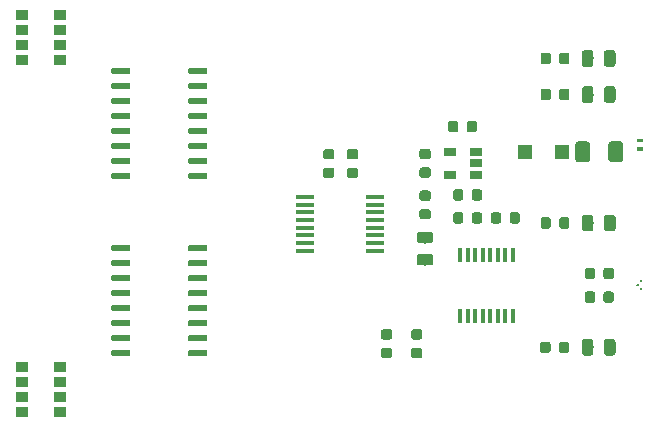
<source format=gbr>
G04 #@! TF.GenerationSoftware,KiCad,Pcbnew,(5.0.2)-1*
G04 #@! TF.CreationDate,2019-03-19T19:21:29-04:00*
G04 #@! TF.ProjectId,Keithley_17X_USB,4b656974-686c-4657-995f-3137585f5553,rev?*
G04 #@! TF.SameCoordinates,Original*
G04 #@! TF.FileFunction,Paste,Top*
G04 #@! TF.FilePolarity,Positive*
%FSLAX46Y46*%
G04 Gerber Fmt 4.6, Leading zero omitted, Abs format (unit mm)*
G04 Created by KiCad (PCBNEW (5.0.2)-1) date 3/19/2019 7:21:29 PM*
%MOMM*%
%LPD*%
G01*
G04 APERTURE LIST*
%ADD10C,0.100000*%
%ADD11C,0.875000*%
%ADD12C,0.300000*%
%ADD13C,0.200000*%
%ADD14R,1.150000X1.300000*%
%ADD15C,0.975000*%
%ADD16R,1.117600X0.889000*%
%ADD17C,1.250000*%
%ADD18C,0.550000*%
%ADD19R,1.060000X0.650000*%
%ADD20R,1.500000X0.450000*%
%ADD21R,0.400000X1.200000*%
G04 APERTURE END LIST*
D10*
G04 #@! TO.C,C1*
G36*
X114702691Y-63551053D02*
X114723926Y-63554203D01*
X114744750Y-63559419D01*
X114764962Y-63566651D01*
X114784368Y-63575830D01*
X114802781Y-63586866D01*
X114820024Y-63599654D01*
X114835930Y-63614070D01*
X114850346Y-63629976D01*
X114863134Y-63647219D01*
X114874170Y-63665632D01*
X114883349Y-63685038D01*
X114890581Y-63705250D01*
X114895797Y-63726074D01*
X114898947Y-63747309D01*
X114900000Y-63768750D01*
X114900000Y-64281250D01*
X114898947Y-64302691D01*
X114895797Y-64323926D01*
X114890581Y-64344750D01*
X114883349Y-64364962D01*
X114874170Y-64384368D01*
X114863134Y-64402781D01*
X114850346Y-64420024D01*
X114835930Y-64435930D01*
X114820024Y-64450346D01*
X114802781Y-64463134D01*
X114784368Y-64474170D01*
X114764962Y-64483349D01*
X114744750Y-64490581D01*
X114723926Y-64495797D01*
X114702691Y-64498947D01*
X114681250Y-64500000D01*
X114243750Y-64500000D01*
X114222309Y-64498947D01*
X114201074Y-64495797D01*
X114180250Y-64490581D01*
X114160038Y-64483349D01*
X114140632Y-64474170D01*
X114122219Y-64463134D01*
X114104976Y-64450346D01*
X114089070Y-64435930D01*
X114074654Y-64420024D01*
X114061866Y-64402781D01*
X114050830Y-64384368D01*
X114041651Y-64364962D01*
X114034419Y-64344750D01*
X114029203Y-64323926D01*
X114026053Y-64302691D01*
X114025000Y-64281250D01*
X114025000Y-63768750D01*
X114026053Y-63747309D01*
X114029203Y-63726074D01*
X114034419Y-63705250D01*
X114041651Y-63685038D01*
X114050830Y-63665632D01*
X114061866Y-63647219D01*
X114074654Y-63629976D01*
X114089070Y-63614070D01*
X114104976Y-63599654D01*
X114122219Y-63586866D01*
X114140632Y-63575830D01*
X114160038Y-63566651D01*
X114180250Y-63559419D01*
X114201074Y-63554203D01*
X114222309Y-63551053D01*
X114243750Y-63550000D01*
X114681250Y-63550000D01*
X114702691Y-63551053D01*
X114702691Y-63551053D01*
G37*
D11*
X114462500Y-64025000D03*
D10*
G36*
X113127691Y-63551053D02*
X113148926Y-63554203D01*
X113169750Y-63559419D01*
X113189962Y-63566651D01*
X113209368Y-63575830D01*
X113227781Y-63586866D01*
X113245024Y-63599654D01*
X113260930Y-63614070D01*
X113275346Y-63629976D01*
X113288134Y-63647219D01*
X113299170Y-63665632D01*
X113308349Y-63685038D01*
X113315581Y-63705250D01*
X113320797Y-63726074D01*
X113323947Y-63747309D01*
X113325000Y-63768750D01*
X113325000Y-64281250D01*
X113323947Y-64302691D01*
X113320797Y-64323926D01*
X113315581Y-64344750D01*
X113308349Y-64364962D01*
X113299170Y-64384368D01*
X113288134Y-64402781D01*
X113275346Y-64420024D01*
X113260930Y-64435930D01*
X113245024Y-64450346D01*
X113227781Y-64463134D01*
X113209368Y-64474170D01*
X113189962Y-64483349D01*
X113169750Y-64490581D01*
X113148926Y-64495797D01*
X113127691Y-64498947D01*
X113106250Y-64500000D01*
X112668750Y-64500000D01*
X112647309Y-64498947D01*
X112626074Y-64495797D01*
X112605250Y-64490581D01*
X112585038Y-64483349D01*
X112565632Y-64474170D01*
X112547219Y-64463134D01*
X112529976Y-64450346D01*
X112514070Y-64435930D01*
X112499654Y-64420024D01*
X112486866Y-64402781D01*
X112475830Y-64384368D01*
X112466651Y-64364962D01*
X112459419Y-64344750D01*
X112454203Y-64323926D01*
X112451053Y-64302691D01*
X112450000Y-64281250D01*
X112450000Y-63768750D01*
X112451053Y-63747309D01*
X112454203Y-63726074D01*
X112459419Y-63705250D01*
X112466651Y-63685038D01*
X112475830Y-63665632D01*
X112486866Y-63647219D01*
X112499654Y-63629976D01*
X112514070Y-63614070D01*
X112529976Y-63599654D01*
X112547219Y-63586866D01*
X112565632Y-63575830D01*
X112585038Y-63566651D01*
X112605250Y-63559419D01*
X112626074Y-63554203D01*
X112647309Y-63551053D01*
X112668750Y-63550000D01*
X113106250Y-63550000D01*
X113127691Y-63551053D01*
X113127691Y-63551053D01*
G37*
D11*
X112887500Y-64025000D03*
G04 #@! TD*
D10*
G04 #@! TO.C,C2*
G36*
X110777691Y-67476053D02*
X110798926Y-67479203D01*
X110819750Y-67484419D01*
X110839962Y-67491651D01*
X110859368Y-67500830D01*
X110877781Y-67511866D01*
X110895024Y-67524654D01*
X110910930Y-67539070D01*
X110925346Y-67554976D01*
X110938134Y-67572219D01*
X110949170Y-67590632D01*
X110958349Y-67610038D01*
X110965581Y-67630250D01*
X110970797Y-67651074D01*
X110973947Y-67672309D01*
X110975000Y-67693750D01*
X110975000Y-68131250D01*
X110973947Y-68152691D01*
X110970797Y-68173926D01*
X110965581Y-68194750D01*
X110958349Y-68214962D01*
X110949170Y-68234368D01*
X110938134Y-68252781D01*
X110925346Y-68270024D01*
X110910930Y-68285930D01*
X110895024Y-68300346D01*
X110877781Y-68313134D01*
X110859368Y-68324170D01*
X110839962Y-68333349D01*
X110819750Y-68340581D01*
X110798926Y-68345797D01*
X110777691Y-68348947D01*
X110756250Y-68350000D01*
X110243750Y-68350000D01*
X110222309Y-68348947D01*
X110201074Y-68345797D01*
X110180250Y-68340581D01*
X110160038Y-68333349D01*
X110140632Y-68324170D01*
X110122219Y-68313134D01*
X110104976Y-68300346D01*
X110089070Y-68285930D01*
X110074654Y-68270024D01*
X110061866Y-68252781D01*
X110050830Y-68234368D01*
X110041651Y-68214962D01*
X110034419Y-68194750D01*
X110029203Y-68173926D01*
X110026053Y-68152691D01*
X110025000Y-68131250D01*
X110025000Y-67693750D01*
X110026053Y-67672309D01*
X110029203Y-67651074D01*
X110034419Y-67630250D01*
X110041651Y-67610038D01*
X110050830Y-67590632D01*
X110061866Y-67572219D01*
X110074654Y-67554976D01*
X110089070Y-67539070D01*
X110104976Y-67524654D01*
X110122219Y-67511866D01*
X110140632Y-67500830D01*
X110160038Y-67491651D01*
X110180250Y-67484419D01*
X110201074Y-67479203D01*
X110222309Y-67476053D01*
X110243750Y-67475000D01*
X110756250Y-67475000D01*
X110777691Y-67476053D01*
X110777691Y-67476053D01*
G37*
D11*
X110500000Y-67912500D03*
D10*
G36*
X110777691Y-65901053D02*
X110798926Y-65904203D01*
X110819750Y-65909419D01*
X110839962Y-65916651D01*
X110859368Y-65925830D01*
X110877781Y-65936866D01*
X110895024Y-65949654D01*
X110910930Y-65964070D01*
X110925346Y-65979976D01*
X110938134Y-65997219D01*
X110949170Y-66015632D01*
X110958349Y-66035038D01*
X110965581Y-66055250D01*
X110970797Y-66076074D01*
X110973947Y-66097309D01*
X110975000Y-66118750D01*
X110975000Y-66556250D01*
X110973947Y-66577691D01*
X110970797Y-66598926D01*
X110965581Y-66619750D01*
X110958349Y-66639962D01*
X110949170Y-66659368D01*
X110938134Y-66677781D01*
X110925346Y-66695024D01*
X110910930Y-66710930D01*
X110895024Y-66725346D01*
X110877781Y-66738134D01*
X110859368Y-66749170D01*
X110839962Y-66758349D01*
X110819750Y-66765581D01*
X110798926Y-66770797D01*
X110777691Y-66773947D01*
X110756250Y-66775000D01*
X110243750Y-66775000D01*
X110222309Y-66773947D01*
X110201074Y-66770797D01*
X110180250Y-66765581D01*
X110160038Y-66758349D01*
X110140632Y-66749170D01*
X110122219Y-66738134D01*
X110104976Y-66725346D01*
X110089070Y-66710930D01*
X110074654Y-66695024D01*
X110061866Y-66677781D01*
X110050830Y-66659368D01*
X110041651Y-66639962D01*
X110034419Y-66619750D01*
X110029203Y-66598926D01*
X110026053Y-66577691D01*
X110025000Y-66556250D01*
X110025000Y-66118750D01*
X110026053Y-66097309D01*
X110029203Y-66076074D01*
X110034419Y-66055250D01*
X110041651Y-66035038D01*
X110050830Y-66015632D01*
X110061866Y-65997219D01*
X110074654Y-65979976D01*
X110089070Y-65964070D01*
X110104976Y-65949654D01*
X110122219Y-65936866D01*
X110140632Y-65925830D01*
X110160038Y-65916651D01*
X110180250Y-65909419D01*
X110201074Y-65904203D01*
X110222309Y-65901053D01*
X110243750Y-65900000D01*
X110756250Y-65900000D01*
X110777691Y-65901053D01*
X110777691Y-65901053D01*
G37*
D11*
X110500000Y-66337500D03*
G04 #@! TD*
D10*
G04 #@! TO.C,C3*
G36*
X104627691Y-67501053D02*
X104648926Y-67504203D01*
X104669750Y-67509419D01*
X104689962Y-67516651D01*
X104709368Y-67525830D01*
X104727781Y-67536866D01*
X104745024Y-67549654D01*
X104760930Y-67564070D01*
X104775346Y-67579976D01*
X104788134Y-67597219D01*
X104799170Y-67615632D01*
X104808349Y-67635038D01*
X104815581Y-67655250D01*
X104820797Y-67676074D01*
X104823947Y-67697309D01*
X104825000Y-67718750D01*
X104825000Y-68156250D01*
X104823947Y-68177691D01*
X104820797Y-68198926D01*
X104815581Y-68219750D01*
X104808349Y-68239962D01*
X104799170Y-68259368D01*
X104788134Y-68277781D01*
X104775346Y-68295024D01*
X104760930Y-68310930D01*
X104745024Y-68325346D01*
X104727781Y-68338134D01*
X104709368Y-68349170D01*
X104689962Y-68358349D01*
X104669750Y-68365581D01*
X104648926Y-68370797D01*
X104627691Y-68373947D01*
X104606250Y-68375000D01*
X104093750Y-68375000D01*
X104072309Y-68373947D01*
X104051074Y-68370797D01*
X104030250Y-68365581D01*
X104010038Y-68358349D01*
X103990632Y-68349170D01*
X103972219Y-68338134D01*
X103954976Y-68325346D01*
X103939070Y-68310930D01*
X103924654Y-68295024D01*
X103911866Y-68277781D01*
X103900830Y-68259368D01*
X103891651Y-68239962D01*
X103884419Y-68219750D01*
X103879203Y-68198926D01*
X103876053Y-68177691D01*
X103875000Y-68156250D01*
X103875000Y-67718750D01*
X103876053Y-67697309D01*
X103879203Y-67676074D01*
X103884419Y-67655250D01*
X103891651Y-67635038D01*
X103900830Y-67615632D01*
X103911866Y-67597219D01*
X103924654Y-67579976D01*
X103939070Y-67564070D01*
X103954976Y-67549654D01*
X103972219Y-67536866D01*
X103990632Y-67525830D01*
X104010038Y-67516651D01*
X104030250Y-67509419D01*
X104051074Y-67504203D01*
X104072309Y-67501053D01*
X104093750Y-67500000D01*
X104606250Y-67500000D01*
X104627691Y-67501053D01*
X104627691Y-67501053D01*
G37*
D11*
X104350000Y-67937500D03*
D10*
G36*
X104627691Y-65926053D02*
X104648926Y-65929203D01*
X104669750Y-65934419D01*
X104689962Y-65941651D01*
X104709368Y-65950830D01*
X104727781Y-65961866D01*
X104745024Y-65974654D01*
X104760930Y-65989070D01*
X104775346Y-66004976D01*
X104788134Y-66022219D01*
X104799170Y-66040632D01*
X104808349Y-66060038D01*
X104815581Y-66080250D01*
X104820797Y-66101074D01*
X104823947Y-66122309D01*
X104825000Y-66143750D01*
X104825000Y-66581250D01*
X104823947Y-66602691D01*
X104820797Y-66623926D01*
X104815581Y-66644750D01*
X104808349Y-66664962D01*
X104799170Y-66684368D01*
X104788134Y-66702781D01*
X104775346Y-66720024D01*
X104760930Y-66735930D01*
X104745024Y-66750346D01*
X104727781Y-66763134D01*
X104709368Y-66774170D01*
X104689962Y-66783349D01*
X104669750Y-66790581D01*
X104648926Y-66795797D01*
X104627691Y-66798947D01*
X104606250Y-66800000D01*
X104093750Y-66800000D01*
X104072309Y-66798947D01*
X104051074Y-66795797D01*
X104030250Y-66790581D01*
X104010038Y-66783349D01*
X103990632Y-66774170D01*
X103972219Y-66763134D01*
X103954976Y-66750346D01*
X103939070Y-66735930D01*
X103924654Y-66720024D01*
X103911866Y-66702781D01*
X103900830Y-66684368D01*
X103891651Y-66664962D01*
X103884419Y-66644750D01*
X103879203Y-66623926D01*
X103876053Y-66602691D01*
X103875000Y-66581250D01*
X103875000Y-66143750D01*
X103876053Y-66122309D01*
X103879203Y-66101074D01*
X103884419Y-66080250D01*
X103891651Y-66060038D01*
X103900830Y-66040632D01*
X103911866Y-66022219D01*
X103924654Y-66004976D01*
X103939070Y-65989070D01*
X103954976Y-65974654D01*
X103972219Y-65961866D01*
X103990632Y-65950830D01*
X104010038Y-65941651D01*
X104030250Y-65934419D01*
X104051074Y-65929203D01*
X104072309Y-65926053D01*
X104093750Y-65925000D01*
X104606250Y-65925000D01*
X104627691Y-65926053D01*
X104627691Y-65926053D01*
G37*
D11*
X104350000Y-66362500D03*
G04 #@! TD*
D10*
G04 #@! TO.C,C4*
G36*
X102627691Y-65926053D02*
X102648926Y-65929203D01*
X102669750Y-65934419D01*
X102689962Y-65941651D01*
X102709368Y-65950830D01*
X102727781Y-65961866D01*
X102745024Y-65974654D01*
X102760930Y-65989070D01*
X102775346Y-66004976D01*
X102788134Y-66022219D01*
X102799170Y-66040632D01*
X102808349Y-66060038D01*
X102815581Y-66080250D01*
X102820797Y-66101074D01*
X102823947Y-66122309D01*
X102825000Y-66143750D01*
X102825000Y-66581250D01*
X102823947Y-66602691D01*
X102820797Y-66623926D01*
X102815581Y-66644750D01*
X102808349Y-66664962D01*
X102799170Y-66684368D01*
X102788134Y-66702781D01*
X102775346Y-66720024D01*
X102760930Y-66735930D01*
X102745024Y-66750346D01*
X102727781Y-66763134D01*
X102709368Y-66774170D01*
X102689962Y-66783349D01*
X102669750Y-66790581D01*
X102648926Y-66795797D01*
X102627691Y-66798947D01*
X102606250Y-66800000D01*
X102093750Y-66800000D01*
X102072309Y-66798947D01*
X102051074Y-66795797D01*
X102030250Y-66790581D01*
X102010038Y-66783349D01*
X101990632Y-66774170D01*
X101972219Y-66763134D01*
X101954976Y-66750346D01*
X101939070Y-66735930D01*
X101924654Y-66720024D01*
X101911866Y-66702781D01*
X101900830Y-66684368D01*
X101891651Y-66664962D01*
X101884419Y-66644750D01*
X101879203Y-66623926D01*
X101876053Y-66602691D01*
X101875000Y-66581250D01*
X101875000Y-66143750D01*
X101876053Y-66122309D01*
X101879203Y-66101074D01*
X101884419Y-66080250D01*
X101891651Y-66060038D01*
X101900830Y-66040632D01*
X101911866Y-66022219D01*
X101924654Y-66004976D01*
X101939070Y-65989070D01*
X101954976Y-65974654D01*
X101972219Y-65961866D01*
X101990632Y-65950830D01*
X102010038Y-65941651D01*
X102030250Y-65934419D01*
X102051074Y-65929203D01*
X102072309Y-65926053D01*
X102093750Y-65925000D01*
X102606250Y-65925000D01*
X102627691Y-65926053D01*
X102627691Y-65926053D01*
G37*
D11*
X102350000Y-66362500D03*
D10*
G36*
X102627691Y-67501053D02*
X102648926Y-67504203D01*
X102669750Y-67509419D01*
X102689962Y-67516651D01*
X102709368Y-67525830D01*
X102727781Y-67536866D01*
X102745024Y-67549654D01*
X102760930Y-67564070D01*
X102775346Y-67579976D01*
X102788134Y-67597219D01*
X102799170Y-67615632D01*
X102808349Y-67635038D01*
X102815581Y-67655250D01*
X102820797Y-67676074D01*
X102823947Y-67697309D01*
X102825000Y-67718750D01*
X102825000Y-68156250D01*
X102823947Y-68177691D01*
X102820797Y-68198926D01*
X102815581Y-68219750D01*
X102808349Y-68239962D01*
X102799170Y-68259368D01*
X102788134Y-68277781D01*
X102775346Y-68295024D01*
X102760930Y-68310930D01*
X102745024Y-68325346D01*
X102727781Y-68338134D01*
X102709368Y-68349170D01*
X102689962Y-68358349D01*
X102669750Y-68365581D01*
X102648926Y-68370797D01*
X102627691Y-68373947D01*
X102606250Y-68375000D01*
X102093750Y-68375000D01*
X102072309Y-68373947D01*
X102051074Y-68370797D01*
X102030250Y-68365581D01*
X102010038Y-68358349D01*
X101990632Y-68349170D01*
X101972219Y-68338134D01*
X101954976Y-68325346D01*
X101939070Y-68310930D01*
X101924654Y-68295024D01*
X101911866Y-68277781D01*
X101900830Y-68259368D01*
X101891651Y-68239962D01*
X101884419Y-68219750D01*
X101879203Y-68198926D01*
X101876053Y-68177691D01*
X101875000Y-68156250D01*
X101875000Y-67718750D01*
X101876053Y-67697309D01*
X101879203Y-67676074D01*
X101884419Y-67655250D01*
X101891651Y-67635038D01*
X101900830Y-67615632D01*
X101911866Y-67597219D01*
X101924654Y-67579976D01*
X101939070Y-67564070D01*
X101954976Y-67549654D01*
X101972219Y-67536866D01*
X101990632Y-67525830D01*
X102010038Y-67516651D01*
X102030250Y-67509419D01*
X102051074Y-67504203D01*
X102072309Y-67501053D01*
X102093750Y-67500000D01*
X102606250Y-67500000D01*
X102627691Y-67501053D01*
X102627691Y-67501053D01*
G37*
D11*
X102350000Y-67937500D03*
G04 #@! TD*
D10*
G04 #@! TO.C,C5*
G36*
X113552691Y-69326053D02*
X113573926Y-69329203D01*
X113594750Y-69334419D01*
X113614962Y-69341651D01*
X113634368Y-69350830D01*
X113652781Y-69361866D01*
X113670024Y-69374654D01*
X113685930Y-69389070D01*
X113700346Y-69404976D01*
X113713134Y-69422219D01*
X113724170Y-69440632D01*
X113733349Y-69460038D01*
X113740581Y-69480250D01*
X113745797Y-69501074D01*
X113748947Y-69522309D01*
X113750000Y-69543750D01*
X113750000Y-70056250D01*
X113748947Y-70077691D01*
X113745797Y-70098926D01*
X113740581Y-70119750D01*
X113733349Y-70139962D01*
X113724170Y-70159368D01*
X113713134Y-70177781D01*
X113700346Y-70195024D01*
X113685930Y-70210930D01*
X113670024Y-70225346D01*
X113652781Y-70238134D01*
X113634368Y-70249170D01*
X113614962Y-70258349D01*
X113594750Y-70265581D01*
X113573926Y-70270797D01*
X113552691Y-70273947D01*
X113531250Y-70275000D01*
X113093750Y-70275000D01*
X113072309Y-70273947D01*
X113051074Y-70270797D01*
X113030250Y-70265581D01*
X113010038Y-70258349D01*
X112990632Y-70249170D01*
X112972219Y-70238134D01*
X112954976Y-70225346D01*
X112939070Y-70210930D01*
X112924654Y-70195024D01*
X112911866Y-70177781D01*
X112900830Y-70159368D01*
X112891651Y-70139962D01*
X112884419Y-70119750D01*
X112879203Y-70098926D01*
X112876053Y-70077691D01*
X112875000Y-70056250D01*
X112875000Y-69543750D01*
X112876053Y-69522309D01*
X112879203Y-69501074D01*
X112884419Y-69480250D01*
X112891651Y-69460038D01*
X112900830Y-69440632D01*
X112911866Y-69422219D01*
X112924654Y-69404976D01*
X112939070Y-69389070D01*
X112954976Y-69374654D01*
X112972219Y-69361866D01*
X112990632Y-69350830D01*
X113010038Y-69341651D01*
X113030250Y-69334419D01*
X113051074Y-69329203D01*
X113072309Y-69326053D01*
X113093750Y-69325000D01*
X113531250Y-69325000D01*
X113552691Y-69326053D01*
X113552691Y-69326053D01*
G37*
D11*
X113312500Y-69800000D03*
D10*
G36*
X115127691Y-69326053D02*
X115148926Y-69329203D01*
X115169750Y-69334419D01*
X115189962Y-69341651D01*
X115209368Y-69350830D01*
X115227781Y-69361866D01*
X115245024Y-69374654D01*
X115260930Y-69389070D01*
X115275346Y-69404976D01*
X115288134Y-69422219D01*
X115299170Y-69440632D01*
X115308349Y-69460038D01*
X115315581Y-69480250D01*
X115320797Y-69501074D01*
X115323947Y-69522309D01*
X115325000Y-69543750D01*
X115325000Y-70056250D01*
X115323947Y-70077691D01*
X115320797Y-70098926D01*
X115315581Y-70119750D01*
X115308349Y-70139962D01*
X115299170Y-70159368D01*
X115288134Y-70177781D01*
X115275346Y-70195024D01*
X115260930Y-70210930D01*
X115245024Y-70225346D01*
X115227781Y-70238134D01*
X115209368Y-70249170D01*
X115189962Y-70258349D01*
X115169750Y-70265581D01*
X115148926Y-70270797D01*
X115127691Y-70273947D01*
X115106250Y-70275000D01*
X114668750Y-70275000D01*
X114647309Y-70273947D01*
X114626074Y-70270797D01*
X114605250Y-70265581D01*
X114585038Y-70258349D01*
X114565632Y-70249170D01*
X114547219Y-70238134D01*
X114529976Y-70225346D01*
X114514070Y-70210930D01*
X114499654Y-70195024D01*
X114486866Y-70177781D01*
X114475830Y-70159368D01*
X114466651Y-70139962D01*
X114459419Y-70119750D01*
X114454203Y-70098926D01*
X114451053Y-70077691D01*
X114450000Y-70056250D01*
X114450000Y-69543750D01*
X114451053Y-69522309D01*
X114454203Y-69501074D01*
X114459419Y-69480250D01*
X114466651Y-69460038D01*
X114475830Y-69440632D01*
X114486866Y-69422219D01*
X114499654Y-69404976D01*
X114514070Y-69389070D01*
X114529976Y-69374654D01*
X114547219Y-69361866D01*
X114565632Y-69350830D01*
X114585038Y-69341651D01*
X114605250Y-69334419D01*
X114626074Y-69329203D01*
X114647309Y-69326053D01*
X114668750Y-69325000D01*
X115106250Y-69325000D01*
X115127691Y-69326053D01*
X115127691Y-69326053D01*
G37*
D11*
X114887500Y-69800000D03*
G04 #@! TD*
D10*
G04 #@! TO.C,C6*
G36*
X115127691Y-71276053D02*
X115148926Y-71279203D01*
X115169750Y-71284419D01*
X115189962Y-71291651D01*
X115209368Y-71300830D01*
X115227781Y-71311866D01*
X115245024Y-71324654D01*
X115260930Y-71339070D01*
X115275346Y-71354976D01*
X115288134Y-71372219D01*
X115299170Y-71390632D01*
X115308349Y-71410038D01*
X115315581Y-71430250D01*
X115320797Y-71451074D01*
X115323947Y-71472309D01*
X115325000Y-71493750D01*
X115325000Y-72006250D01*
X115323947Y-72027691D01*
X115320797Y-72048926D01*
X115315581Y-72069750D01*
X115308349Y-72089962D01*
X115299170Y-72109368D01*
X115288134Y-72127781D01*
X115275346Y-72145024D01*
X115260930Y-72160930D01*
X115245024Y-72175346D01*
X115227781Y-72188134D01*
X115209368Y-72199170D01*
X115189962Y-72208349D01*
X115169750Y-72215581D01*
X115148926Y-72220797D01*
X115127691Y-72223947D01*
X115106250Y-72225000D01*
X114668750Y-72225000D01*
X114647309Y-72223947D01*
X114626074Y-72220797D01*
X114605250Y-72215581D01*
X114585038Y-72208349D01*
X114565632Y-72199170D01*
X114547219Y-72188134D01*
X114529976Y-72175346D01*
X114514070Y-72160930D01*
X114499654Y-72145024D01*
X114486866Y-72127781D01*
X114475830Y-72109368D01*
X114466651Y-72089962D01*
X114459419Y-72069750D01*
X114454203Y-72048926D01*
X114451053Y-72027691D01*
X114450000Y-72006250D01*
X114450000Y-71493750D01*
X114451053Y-71472309D01*
X114454203Y-71451074D01*
X114459419Y-71430250D01*
X114466651Y-71410038D01*
X114475830Y-71390632D01*
X114486866Y-71372219D01*
X114499654Y-71354976D01*
X114514070Y-71339070D01*
X114529976Y-71324654D01*
X114547219Y-71311866D01*
X114565632Y-71300830D01*
X114585038Y-71291651D01*
X114605250Y-71284419D01*
X114626074Y-71279203D01*
X114647309Y-71276053D01*
X114668750Y-71275000D01*
X115106250Y-71275000D01*
X115127691Y-71276053D01*
X115127691Y-71276053D01*
G37*
D11*
X114887500Y-71750000D03*
D10*
G36*
X113552691Y-71276053D02*
X113573926Y-71279203D01*
X113594750Y-71284419D01*
X113614962Y-71291651D01*
X113634368Y-71300830D01*
X113652781Y-71311866D01*
X113670024Y-71324654D01*
X113685930Y-71339070D01*
X113700346Y-71354976D01*
X113713134Y-71372219D01*
X113724170Y-71390632D01*
X113733349Y-71410038D01*
X113740581Y-71430250D01*
X113745797Y-71451074D01*
X113748947Y-71472309D01*
X113750000Y-71493750D01*
X113750000Y-72006250D01*
X113748947Y-72027691D01*
X113745797Y-72048926D01*
X113740581Y-72069750D01*
X113733349Y-72089962D01*
X113724170Y-72109368D01*
X113713134Y-72127781D01*
X113700346Y-72145024D01*
X113685930Y-72160930D01*
X113670024Y-72175346D01*
X113652781Y-72188134D01*
X113634368Y-72199170D01*
X113614962Y-72208349D01*
X113594750Y-72215581D01*
X113573926Y-72220797D01*
X113552691Y-72223947D01*
X113531250Y-72225000D01*
X113093750Y-72225000D01*
X113072309Y-72223947D01*
X113051074Y-72220797D01*
X113030250Y-72215581D01*
X113010038Y-72208349D01*
X112990632Y-72199170D01*
X112972219Y-72188134D01*
X112954976Y-72175346D01*
X112939070Y-72160930D01*
X112924654Y-72145024D01*
X112911866Y-72127781D01*
X112900830Y-72109368D01*
X112891651Y-72089962D01*
X112884419Y-72069750D01*
X112879203Y-72048926D01*
X112876053Y-72027691D01*
X112875000Y-72006250D01*
X112875000Y-71493750D01*
X112876053Y-71472309D01*
X112879203Y-71451074D01*
X112884419Y-71430250D01*
X112891651Y-71410038D01*
X112900830Y-71390632D01*
X112911866Y-71372219D01*
X112924654Y-71354976D01*
X112939070Y-71339070D01*
X112954976Y-71324654D01*
X112972219Y-71311866D01*
X112990632Y-71300830D01*
X113010038Y-71291651D01*
X113030250Y-71284419D01*
X113051074Y-71279203D01*
X113072309Y-71276053D01*
X113093750Y-71275000D01*
X113531250Y-71275000D01*
X113552691Y-71276053D01*
X113552691Y-71276053D01*
G37*
D11*
X113312500Y-71750000D03*
G04 #@! TD*
D10*
G04 #@! TO.C,C7*
G36*
X118327691Y-71276053D02*
X118348926Y-71279203D01*
X118369750Y-71284419D01*
X118389962Y-71291651D01*
X118409368Y-71300830D01*
X118427781Y-71311866D01*
X118445024Y-71324654D01*
X118460930Y-71339070D01*
X118475346Y-71354976D01*
X118488134Y-71372219D01*
X118499170Y-71390632D01*
X118508349Y-71410038D01*
X118515581Y-71430250D01*
X118520797Y-71451074D01*
X118523947Y-71472309D01*
X118525000Y-71493750D01*
X118525000Y-72006250D01*
X118523947Y-72027691D01*
X118520797Y-72048926D01*
X118515581Y-72069750D01*
X118508349Y-72089962D01*
X118499170Y-72109368D01*
X118488134Y-72127781D01*
X118475346Y-72145024D01*
X118460930Y-72160930D01*
X118445024Y-72175346D01*
X118427781Y-72188134D01*
X118409368Y-72199170D01*
X118389962Y-72208349D01*
X118369750Y-72215581D01*
X118348926Y-72220797D01*
X118327691Y-72223947D01*
X118306250Y-72225000D01*
X117868750Y-72225000D01*
X117847309Y-72223947D01*
X117826074Y-72220797D01*
X117805250Y-72215581D01*
X117785038Y-72208349D01*
X117765632Y-72199170D01*
X117747219Y-72188134D01*
X117729976Y-72175346D01*
X117714070Y-72160930D01*
X117699654Y-72145024D01*
X117686866Y-72127781D01*
X117675830Y-72109368D01*
X117666651Y-72089962D01*
X117659419Y-72069750D01*
X117654203Y-72048926D01*
X117651053Y-72027691D01*
X117650000Y-72006250D01*
X117650000Y-71493750D01*
X117651053Y-71472309D01*
X117654203Y-71451074D01*
X117659419Y-71430250D01*
X117666651Y-71410038D01*
X117675830Y-71390632D01*
X117686866Y-71372219D01*
X117699654Y-71354976D01*
X117714070Y-71339070D01*
X117729976Y-71324654D01*
X117747219Y-71311866D01*
X117765632Y-71300830D01*
X117785038Y-71291651D01*
X117805250Y-71284419D01*
X117826074Y-71279203D01*
X117847309Y-71276053D01*
X117868750Y-71275000D01*
X118306250Y-71275000D01*
X118327691Y-71276053D01*
X118327691Y-71276053D01*
G37*
D11*
X118087500Y-71750000D03*
D10*
G36*
X116752691Y-71276053D02*
X116773926Y-71279203D01*
X116794750Y-71284419D01*
X116814962Y-71291651D01*
X116834368Y-71300830D01*
X116852781Y-71311866D01*
X116870024Y-71324654D01*
X116885930Y-71339070D01*
X116900346Y-71354976D01*
X116913134Y-71372219D01*
X116924170Y-71390632D01*
X116933349Y-71410038D01*
X116940581Y-71430250D01*
X116945797Y-71451074D01*
X116948947Y-71472309D01*
X116950000Y-71493750D01*
X116950000Y-72006250D01*
X116948947Y-72027691D01*
X116945797Y-72048926D01*
X116940581Y-72069750D01*
X116933349Y-72089962D01*
X116924170Y-72109368D01*
X116913134Y-72127781D01*
X116900346Y-72145024D01*
X116885930Y-72160930D01*
X116870024Y-72175346D01*
X116852781Y-72188134D01*
X116834368Y-72199170D01*
X116814962Y-72208349D01*
X116794750Y-72215581D01*
X116773926Y-72220797D01*
X116752691Y-72223947D01*
X116731250Y-72225000D01*
X116293750Y-72225000D01*
X116272309Y-72223947D01*
X116251074Y-72220797D01*
X116230250Y-72215581D01*
X116210038Y-72208349D01*
X116190632Y-72199170D01*
X116172219Y-72188134D01*
X116154976Y-72175346D01*
X116139070Y-72160930D01*
X116124654Y-72145024D01*
X116111866Y-72127781D01*
X116100830Y-72109368D01*
X116091651Y-72089962D01*
X116084419Y-72069750D01*
X116079203Y-72048926D01*
X116076053Y-72027691D01*
X116075000Y-72006250D01*
X116075000Y-71493750D01*
X116076053Y-71472309D01*
X116079203Y-71451074D01*
X116084419Y-71430250D01*
X116091651Y-71410038D01*
X116100830Y-71390632D01*
X116111866Y-71372219D01*
X116124654Y-71354976D01*
X116139070Y-71339070D01*
X116154976Y-71324654D01*
X116172219Y-71311866D01*
X116190632Y-71300830D01*
X116210038Y-71291651D01*
X116230250Y-71284419D01*
X116251074Y-71279203D01*
X116272309Y-71276053D01*
X116293750Y-71275000D01*
X116731250Y-71275000D01*
X116752691Y-71276053D01*
X116752691Y-71276053D01*
G37*
D11*
X116512500Y-71750000D03*
G04 #@! TD*
D10*
G04 #@! TO.C,D1*
G36*
X128907351Y-65750361D02*
X128914632Y-65751441D01*
X128921771Y-65753229D01*
X128928701Y-65755709D01*
X128935355Y-65758856D01*
X128941668Y-65762640D01*
X128947579Y-65767024D01*
X128953033Y-65771967D01*
X128957976Y-65777421D01*
X128962360Y-65783332D01*
X128966144Y-65789645D01*
X128969291Y-65796299D01*
X128971771Y-65803229D01*
X128973559Y-65810368D01*
X128974639Y-65817649D01*
X128975000Y-65825000D01*
X128975000Y-65975000D01*
X128974639Y-65982351D01*
X128973559Y-65989632D01*
X128971771Y-65996771D01*
X128969291Y-66003701D01*
X128966144Y-66010355D01*
X128962360Y-66016668D01*
X128957976Y-66022579D01*
X128953033Y-66028033D01*
X128947579Y-66032976D01*
X128941668Y-66037360D01*
X128935355Y-66041144D01*
X128928701Y-66044291D01*
X128921771Y-66046771D01*
X128914632Y-66048559D01*
X128907351Y-66049639D01*
X128900000Y-66050000D01*
X128500000Y-66050000D01*
X128492649Y-66049639D01*
X128485368Y-66048559D01*
X128478229Y-66046771D01*
X128471299Y-66044291D01*
X128464645Y-66041144D01*
X128458332Y-66037360D01*
X128452421Y-66032976D01*
X128446967Y-66028033D01*
X128442024Y-66022579D01*
X128437640Y-66016668D01*
X128433856Y-66010355D01*
X128430709Y-66003701D01*
X128428229Y-65996771D01*
X128426441Y-65989632D01*
X128425361Y-65982351D01*
X128425000Y-65975000D01*
X128425000Y-65825000D01*
X128425361Y-65817649D01*
X128426441Y-65810368D01*
X128428229Y-65803229D01*
X128430709Y-65796299D01*
X128433856Y-65789645D01*
X128437640Y-65783332D01*
X128442024Y-65777421D01*
X128446967Y-65771967D01*
X128452421Y-65767024D01*
X128458332Y-65762640D01*
X128464645Y-65758856D01*
X128471299Y-65755709D01*
X128478229Y-65753229D01*
X128485368Y-65751441D01*
X128492649Y-65750361D01*
X128500000Y-65750000D01*
X128900000Y-65750000D01*
X128907351Y-65750361D01*
X128907351Y-65750361D01*
G37*
D12*
X128700000Y-65900000D03*
D10*
G36*
X128907351Y-65050361D02*
X128914632Y-65051441D01*
X128921771Y-65053229D01*
X128928701Y-65055709D01*
X128935355Y-65058856D01*
X128941668Y-65062640D01*
X128947579Y-65067024D01*
X128953033Y-65071967D01*
X128957976Y-65077421D01*
X128962360Y-65083332D01*
X128966144Y-65089645D01*
X128969291Y-65096299D01*
X128971771Y-65103229D01*
X128973559Y-65110368D01*
X128974639Y-65117649D01*
X128975000Y-65125000D01*
X128975000Y-65275000D01*
X128974639Y-65282351D01*
X128973559Y-65289632D01*
X128971771Y-65296771D01*
X128969291Y-65303701D01*
X128966144Y-65310355D01*
X128962360Y-65316668D01*
X128957976Y-65322579D01*
X128953033Y-65328033D01*
X128947579Y-65332976D01*
X128941668Y-65337360D01*
X128935355Y-65341144D01*
X128928701Y-65344291D01*
X128921771Y-65346771D01*
X128914632Y-65348559D01*
X128907351Y-65349639D01*
X128900000Y-65350000D01*
X128500000Y-65350000D01*
X128492649Y-65349639D01*
X128485368Y-65348559D01*
X128478229Y-65346771D01*
X128471299Y-65344291D01*
X128464645Y-65341144D01*
X128458332Y-65337360D01*
X128452421Y-65332976D01*
X128446967Y-65328033D01*
X128442024Y-65322579D01*
X128437640Y-65316668D01*
X128433856Y-65310355D01*
X128430709Y-65303701D01*
X128428229Y-65296771D01*
X128426441Y-65289632D01*
X128425361Y-65282351D01*
X128425000Y-65275000D01*
X128425000Y-65125000D01*
X128425361Y-65117649D01*
X128426441Y-65110368D01*
X128428229Y-65103229D01*
X128430709Y-65096299D01*
X128433856Y-65089645D01*
X128437640Y-65083332D01*
X128442024Y-65077421D01*
X128446967Y-65071967D01*
X128452421Y-65067024D01*
X128458332Y-65062640D01*
X128464645Y-65058856D01*
X128471299Y-65055709D01*
X128478229Y-65053229D01*
X128485368Y-65051441D01*
X128492649Y-65050361D01*
X128500000Y-65050000D01*
X128900000Y-65050000D01*
X128907351Y-65050361D01*
X128907351Y-65050361D01*
G37*
D12*
X128700000Y-65200000D03*
G04 #@! TD*
D10*
G04 #@! TO.C,D2*
G36*
X128554901Y-77350241D02*
X128559755Y-77350961D01*
X128564514Y-77352153D01*
X128569134Y-77353806D01*
X128573570Y-77355904D01*
X128577779Y-77358427D01*
X128581720Y-77361349D01*
X128585355Y-77364645D01*
X128588651Y-77368280D01*
X128591573Y-77372221D01*
X128594096Y-77376430D01*
X128596194Y-77380866D01*
X128597847Y-77385486D01*
X128599039Y-77390245D01*
X128599759Y-77395099D01*
X128600000Y-77400000D01*
X128600000Y-77500000D01*
X128599759Y-77504901D01*
X128599039Y-77509755D01*
X128597847Y-77514514D01*
X128596194Y-77519134D01*
X128594096Y-77523570D01*
X128591573Y-77527779D01*
X128588651Y-77531720D01*
X128585355Y-77535355D01*
X128581720Y-77538651D01*
X128577779Y-77541573D01*
X128573570Y-77544096D01*
X128569134Y-77546194D01*
X128564514Y-77547847D01*
X128559755Y-77549039D01*
X128554901Y-77549759D01*
X128550000Y-77550000D01*
X128450000Y-77550000D01*
X128445099Y-77549759D01*
X128440245Y-77549039D01*
X128435486Y-77547847D01*
X128430866Y-77546194D01*
X128426430Y-77544096D01*
X128422221Y-77541573D01*
X128418280Y-77538651D01*
X128414645Y-77535355D01*
X128411349Y-77531720D01*
X128408427Y-77527779D01*
X128405904Y-77523570D01*
X128403806Y-77519134D01*
X128402153Y-77514514D01*
X128400961Y-77509755D01*
X128400241Y-77504901D01*
X128400000Y-77500000D01*
X128400000Y-77400000D01*
X128400241Y-77395099D01*
X128400961Y-77390245D01*
X128402153Y-77385486D01*
X128403806Y-77380866D01*
X128405904Y-77376430D01*
X128408427Y-77372221D01*
X128411349Y-77368280D01*
X128414645Y-77364645D01*
X128418280Y-77361349D01*
X128422221Y-77358427D01*
X128426430Y-77355904D01*
X128430866Y-77353806D01*
X128435486Y-77352153D01*
X128440245Y-77350961D01*
X128445099Y-77350241D01*
X128450000Y-77350000D01*
X128550000Y-77350000D01*
X128554901Y-77350241D01*
X128554901Y-77350241D01*
G37*
D13*
X128500000Y-77450000D03*
D10*
G36*
X128854901Y-77690241D02*
X128859755Y-77690961D01*
X128864514Y-77692153D01*
X128869134Y-77693806D01*
X128873570Y-77695904D01*
X128877779Y-77698427D01*
X128881720Y-77701349D01*
X128885355Y-77704645D01*
X128888651Y-77708280D01*
X128891573Y-77712221D01*
X128894096Y-77716430D01*
X128896194Y-77720866D01*
X128897847Y-77725486D01*
X128899039Y-77730245D01*
X128899759Y-77735099D01*
X128900000Y-77740000D01*
X128900000Y-77840000D01*
X128899759Y-77844901D01*
X128899039Y-77849755D01*
X128897847Y-77854514D01*
X128896194Y-77859134D01*
X128894096Y-77863570D01*
X128891573Y-77867779D01*
X128888651Y-77871720D01*
X128885355Y-77875355D01*
X128881720Y-77878651D01*
X128877779Y-77881573D01*
X128873570Y-77884096D01*
X128869134Y-77886194D01*
X128864514Y-77887847D01*
X128859755Y-77889039D01*
X128854901Y-77889759D01*
X128850000Y-77890000D01*
X128750000Y-77890000D01*
X128745099Y-77889759D01*
X128740245Y-77889039D01*
X128735486Y-77887847D01*
X128730866Y-77886194D01*
X128726430Y-77884096D01*
X128722221Y-77881573D01*
X128718280Y-77878651D01*
X128714645Y-77875355D01*
X128711349Y-77871720D01*
X128708427Y-77867779D01*
X128705904Y-77863570D01*
X128703806Y-77859134D01*
X128702153Y-77854514D01*
X128700961Y-77849755D01*
X128700241Y-77844901D01*
X128700000Y-77840000D01*
X128700000Y-77740000D01*
X128700241Y-77735099D01*
X128700961Y-77730245D01*
X128702153Y-77725486D01*
X128703806Y-77720866D01*
X128705904Y-77716430D01*
X128708427Y-77712221D01*
X128711349Y-77708280D01*
X128714645Y-77704645D01*
X128718280Y-77701349D01*
X128722221Y-77698427D01*
X128726430Y-77695904D01*
X128730866Y-77693806D01*
X128735486Y-77692153D01*
X128740245Y-77690961D01*
X128745099Y-77690241D01*
X128750000Y-77690000D01*
X128850000Y-77690000D01*
X128854901Y-77690241D01*
X128854901Y-77690241D01*
G37*
D13*
X128800000Y-77790000D03*
D10*
G36*
X128854901Y-77010241D02*
X128859755Y-77010961D01*
X128864514Y-77012153D01*
X128869134Y-77013806D01*
X128873570Y-77015904D01*
X128877779Y-77018427D01*
X128881720Y-77021349D01*
X128885355Y-77024645D01*
X128888651Y-77028280D01*
X128891573Y-77032221D01*
X128894096Y-77036430D01*
X128896194Y-77040866D01*
X128897847Y-77045486D01*
X128899039Y-77050245D01*
X128899759Y-77055099D01*
X128900000Y-77060000D01*
X128900000Y-77160000D01*
X128899759Y-77164901D01*
X128899039Y-77169755D01*
X128897847Y-77174514D01*
X128896194Y-77179134D01*
X128894096Y-77183570D01*
X128891573Y-77187779D01*
X128888651Y-77191720D01*
X128885355Y-77195355D01*
X128881720Y-77198651D01*
X128877779Y-77201573D01*
X128873570Y-77204096D01*
X128869134Y-77206194D01*
X128864514Y-77207847D01*
X128859755Y-77209039D01*
X128854901Y-77209759D01*
X128850000Y-77210000D01*
X128750000Y-77210000D01*
X128745099Y-77209759D01*
X128740245Y-77209039D01*
X128735486Y-77207847D01*
X128730866Y-77206194D01*
X128726430Y-77204096D01*
X128722221Y-77201573D01*
X128718280Y-77198651D01*
X128714645Y-77195355D01*
X128711349Y-77191720D01*
X128708427Y-77187779D01*
X128705904Y-77183570D01*
X128703806Y-77179134D01*
X128702153Y-77174514D01*
X128700961Y-77169755D01*
X128700241Y-77164901D01*
X128700000Y-77160000D01*
X128700000Y-77060000D01*
X128700241Y-77055099D01*
X128700961Y-77050245D01*
X128702153Y-77045486D01*
X128703806Y-77040866D01*
X128705904Y-77036430D01*
X128708427Y-77032221D01*
X128711349Y-77028280D01*
X128714645Y-77024645D01*
X128718280Y-77021349D01*
X128722221Y-77018427D01*
X128726430Y-77015904D01*
X128730866Y-77013806D01*
X128735486Y-77012153D01*
X128740245Y-77010961D01*
X128745099Y-77010241D01*
X128750000Y-77010000D01*
X128850000Y-77010000D01*
X128854901Y-77010241D01*
X128854901Y-77010241D01*
G37*
D13*
X128800000Y-77110000D03*
G04 #@! TD*
D14*
G04 #@! TO.C,D3*
X119000000Y-66150000D03*
X122100000Y-66150000D03*
G04 #@! TD*
D10*
G04 #@! TO.C,D4*
G36*
X126405142Y-60601174D02*
X126428803Y-60604684D01*
X126452007Y-60610496D01*
X126474529Y-60618554D01*
X126496153Y-60628782D01*
X126516670Y-60641079D01*
X126535883Y-60655329D01*
X126553607Y-60671393D01*
X126569671Y-60689117D01*
X126583921Y-60708330D01*
X126596218Y-60728847D01*
X126606446Y-60750471D01*
X126614504Y-60772993D01*
X126620316Y-60796197D01*
X126623826Y-60819858D01*
X126625000Y-60843750D01*
X126625000Y-61756250D01*
X126623826Y-61780142D01*
X126620316Y-61803803D01*
X126614504Y-61827007D01*
X126606446Y-61849529D01*
X126596218Y-61871153D01*
X126583921Y-61891670D01*
X126569671Y-61910883D01*
X126553607Y-61928607D01*
X126535883Y-61944671D01*
X126516670Y-61958921D01*
X126496153Y-61971218D01*
X126474529Y-61981446D01*
X126452007Y-61989504D01*
X126428803Y-61995316D01*
X126405142Y-61998826D01*
X126381250Y-62000000D01*
X125893750Y-62000000D01*
X125869858Y-61998826D01*
X125846197Y-61995316D01*
X125822993Y-61989504D01*
X125800471Y-61981446D01*
X125778847Y-61971218D01*
X125758330Y-61958921D01*
X125739117Y-61944671D01*
X125721393Y-61928607D01*
X125705329Y-61910883D01*
X125691079Y-61891670D01*
X125678782Y-61871153D01*
X125668554Y-61849529D01*
X125660496Y-61827007D01*
X125654684Y-61803803D01*
X125651174Y-61780142D01*
X125650000Y-61756250D01*
X125650000Y-60843750D01*
X125651174Y-60819858D01*
X125654684Y-60796197D01*
X125660496Y-60772993D01*
X125668554Y-60750471D01*
X125678782Y-60728847D01*
X125691079Y-60708330D01*
X125705329Y-60689117D01*
X125721393Y-60671393D01*
X125739117Y-60655329D01*
X125758330Y-60641079D01*
X125778847Y-60628782D01*
X125800471Y-60618554D01*
X125822993Y-60610496D01*
X125846197Y-60604684D01*
X125869858Y-60601174D01*
X125893750Y-60600000D01*
X126381250Y-60600000D01*
X126405142Y-60601174D01*
X126405142Y-60601174D01*
G37*
D15*
X126137500Y-61300000D03*
D10*
G36*
X124530142Y-60601174D02*
X124553803Y-60604684D01*
X124577007Y-60610496D01*
X124599529Y-60618554D01*
X124621153Y-60628782D01*
X124641670Y-60641079D01*
X124660883Y-60655329D01*
X124678607Y-60671393D01*
X124694671Y-60689117D01*
X124708921Y-60708330D01*
X124721218Y-60728847D01*
X124731446Y-60750471D01*
X124739504Y-60772993D01*
X124745316Y-60796197D01*
X124748826Y-60819858D01*
X124750000Y-60843750D01*
X124750000Y-61756250D01*
X124748826Y-61780142D01*
X124745316Y-61803803D01*
X124739504Y-61827007D01*
X124731446Y-61849529D01*
X124721218Y-61871153D01*
X124708921Y-61891670D01*
X124694671Y-61910883D01*
X124678607Y-61928607D01*
X124660883Y-61944671D01*
X124641670Y-61958921D01*
X124621153Y-61971218D01*
X124599529Y-61981446D01*
X124577007Y-61989504D01*
X124553803Y-61995316D01*
X124530142Y-61998826D01*
X124506250Y-62000000D01*
X124018750Y-62000000D01*
X123994858Y-61998826D01*
X123971197Y-61995316D01*
X123947993Y-61989504D01*
X123925471Y-61981446D01*
X123903847Y-61971218D01*
X123883330Y-61958921D01*
X123864117Y-61944671D01*
X123846393Y-61928607D01*
X123830329Y-61910883D01*
X123816079Y-61891670D01*
X123803782Y-61871153D01*
X123793554Y-61849529D01*
X123785496Y-61827007D01*
X123779684Y-61803803D01*
X123776174Y-61780142D01*
X123775000Y-61756250D01*
X123775000Y-60843750D01*
X123776174Y-60819858D01*
X123779684Y-60796197D01*
X123785496Y-60772993D01*
X123793554Y-60750471D01*
X123803782Y-60728847D01*
X123816079Y-60708330D01*
X123830329Y-60689117D01*
X123846393Y-60671393D01*
X123864117Y-60655329D01*
X123883330Y-60641079D01*
X123903847Y-60628782D01*
X123925471Y-60618554D01*
X123947993Y-60610496D01*
X123971197Y-60604684D01*
X123994858Y-60601174D01*
X124018750Y-60600000D01*
X124506250Y-60600000D01*
X124530142Y-60601174D01*
X124530142Y-60601174D01*
G37*
D15*
X124262500Y-61300000D03*
G04 #@! TD*
D10*
G04 #@! TO.C,D5*
G36*
X126405142Y-57551174D02*
X126428803Y-57554684D01*
X126452007Y-57560496D01*
X126474529Y-57568554D01*
X126496153Y-57578782D01*
X126516670Y-57591079D01*
X126535883Y-57605329D01*
X126553607Y-57621393D01*
X126569671Y-57639117D01*
X126583921Y-57658330D01*
X126596218Y-57678847D01*
X126606446Y-57700471D01*
X126614504Y-57722993D01*
X126620316Y-57746197D01*
X126623826Y-57769858D01*
X126625000Y-57793750D01*
X126625000Y-58706250D01*
X126623826Y-58730142D01*
X126620316Y-58753803D01*
X126614504Y-58777007D01*
X126606446Y-58799529D01*
X126596218Y-58821153D01*
X126583921Y-58841670D01*
X126569671Y-58860883D01*
X126553607Y-58878607D01*
X126535883Y-58894671D01*
X126516670Y-58908921D01*
X126496153Y-58921218D01*
X126474529Y-58931446D01*
X126452007Y-58939504D01*
X126428803Y-58945316D01*
X126405142Y-58948826D01*
X126381250Y-58950000D01*
X125893750Y-58950000D01*
X125869858Y-58948826D01*
X125846197Y-58945316D01*
X125822993Y-58939504D01*
X125800471Y-58931446D01*
X125778847Y-58921218D01*
X125758330Y-58908921D01*
X125739117Y-58894671D01*
X125721393Y-58878607D01*
X125705329Y-58860883D01*
X125691079Y-58841670D01*
X125678782Y-58821153D01*
X125668554Y-58799529D01*
X125660496Y-58777007D01*
X125654684Y-58753803D01*
X125651174Y-58730142D01*
X125650000Y-58706250D01*
X125650000Y-57793750D01*
X125651174Y-57769858D01*
X125654684Y-57746197D01*
X125660496Y-57722993D01*
X125668554Y-57700471D01*
X125678782Y-57678847D01*
X125691079Y-57658330D01*
X125705329Y-57639117D01*
X125721393Y-57621393D01*
X125739117Y-57605329D01*
X125758330Y-57591079D01*
X125778847Y-57578782D01*
X125800471Y-57568554D01*
X125822993Y-57560496D01*
X125846197Y-57554684D01*
X125869858Y-57551174D01*
X125893750Y-57550000D01*
X126381250Y-57550000D01*
X126405142Y-57551174D01*
X126405142Y-57551174D01*
G37*
D15*
X126137500Y-58250000D03*
D10*
G36*
X124530142Y-57551174D02*
X124553803Y-57554684D01*
X124577007Y-57560496D01*
X124599529Y-57568554D01*
X124621153Y-57578782D01*
X124641670Y-57591079D01*
X124660883Y-57605329D01*
X124678607Y-57621393D01*
X124694671Y-57639117D01*
X124708921Y-57658330D01*
X124721218Y-57678847D01*
X124731446Y-57700471D01*
X124739504Y-57722993D01*
X124745316Y-57746197D01*
X124748826Y-57769858D01*
X124750000Y-57793750D01*
X124750000Y-58706250D01*
X124748826Y-58730142D01*
X124745316Y-58753803D01*
X124739504Y-58777007D01*
X124731446Y-58799529D01*
X124721218Y-58821153D01*
X124708921Y-58841670D01*
X124694671Y-58860883D01*
X124678607Y-58878607D01*
X124660883Y-58894671D01*
X124641670Y-58908921D01*
X124621153Y-58921218D01*
X124599529Y-58931446D01*
X124577007Y-58939504D01*
X124553803Y-58945316D01*
X124530142Y-58948826D01*
X124506250Y-58950000D01*
X124018750Y-58950000D01*
X123994858Y-58948826D01*
X123971197Y-58945316D01*
X123947993Y-58939504D01*
X123925471Y-58931446D01*
X123903847Y-58921218D01*
X123883330Y-58908921D01*
X123864117Y-58894671D01*
X123846393Y-58878607D01*
X123830329Y-58860883D01*
X123816079Y-58841670D01*
X123803782Y-58821153D01*
X123793554Y-58799529D01*
X123785496Y-58777007D01*
X123779684Y-58753803D01*
X123776174Y-58730142D01*
X123775000Y-58706250D01*
X123775000Y-57793750D01*
X123776174Y-57769858D01*
X123779684Y-57746197D01*
X123785496Y-57722993D01*
X123793554Y-57700471D01*
X123803782Y-57678847D01*
X123816079Y-57658330D01*
X123830329Y-57639117D01*
X123846393Y-57621393D01*
X123864117Y-57605329D01*
X123883330Y-57591079D01*
X123903847Y-57578782D01*
X123925471Y-57568554D01*
X123947993Y-57560496D01*
X123971197Y-57554684D01*
X123994858Y-57551174D01*
X124018750Y-57550000D01*
X124506250Y-57550000D01*
X124530142Y-57551174D01*
X124530142Y-57551174D01*
G37*
D15*
X124262500Y-58250000D03*
G04 #@! TD*
D10*
G04 #@! TO.C,D6*
G36*
X126405142Y-71476174D02*
X126428803Y-71479684D01*
X126452007Y-71485496D01*
X126474529Y-71493554D01*
X126496153Y-71503782D01*
X126516670Y-71516079D01*
X126535883Y-71530329D01*
X126553607Y-71546393D01*
X126569671Y-71564117D01*
X126583921Y-71583330D01*
X126596218Y-71603847D01*
X126606446Y-71625471D01*
X126614504Y-71647993D01*
X126620316Y-71671197D01*
X126623826Y-71694858D01*
X126625000Y-71718750D01*
X126625000Y-72631250D01*
X126623826Y-72655142D01*
X126620316Y-72678803D01*
X126614504Y-72702007D01*
X126606446Y-72724529D01*
X126596218Y-72746153D01*
X126583921Y-72766670D01*
X126569671Y-72785883D01*
X126553607Y-72803607D01*
X126535883Y-72819671D01*
X126516670Y-72833921D01*
X126496153Y-72846218D01*
X126474529Y-72856446D01*
X126452007Y-72864504D01*
X126428803Y-72870316D01*
X126405142Y-72873826D01*
X126381250Y-72875000D01*
X125893750Y-72875000D01*
X125869858Y-72873826D01*
X125846197Y-72870316D01*
X125822993Y-72864504D01*
X125800471Y-72856446D01*
X125778847Y-72846218D01*
X125758330Y-72833921D01*
X125739117Y-72819671D01*
X125721393Y-72803607D01*
X125705329Y-72785883D01*
X125691079Y-72766670D01*
X125678782Y-72746153D01*
X125668554Y-72724529D01*
X125660496Y-72702007D01*
X125654684Y-72678803D01*
X125651174Y-72655142D01*
X125650000Y-72631250D01*
X125650000Y-71718750D01*
X125651174Y-71694858D01*
X125654684Y-71671197D01*
X125660496Y-71647993D01*
X125668554Y-71625471D01*
X125678782Y-71603847D01*
X125691079Y-71583330D01*
X125705329Y-71564117D01*
X125721393Y-71546393D01*
X125739117Y-71530329D01*
X125758330Y-71516079D01*
X125778847Y-71503782D01*
X125800471Y-71493554D01*
X125822993Y-71485496D01*
X125846197Y-71479684D01*
X125869858Y-71476174D01*
X125893750Y-71475000D01*
X126381250Y-71475000D01*
X126405142Y-71476174D01*
X126405142Y-71476174D01*
G37*
D15*
X126137500Y-72175000D03*
D10*
G36*
X124530142Y-71476174D02*
X124553803Y-71479684D01*
X124577007Y-71485496D01*
X124599529Y-71493554D01*
X124621153Y-71503782D01*
X124641670Y-71516079D01*
X124660883Y-71530329D01*
X124678607Y-71546393D01*
X124694671Y-71564117D01*
X124708921Y-71583330D01*
X124721218Y-71603847D01*
X124731446Y-71625471D01*
X124739504Y-71647993D01*
X124745316Y-71671197D01*
X124748826Y-71694858D01*
X124750000Y-71718750D01*
X124750000Y-72631250D01*
X124748826Y-72655142D01*
X124745316Y-72678803D01*
X124739504Y-72702007D01*
X124731446Y-72724529D01*
X124721218Y-72746153D01*
X124708921Y-72766670D01*
X124694671Y-72785883D01*
X124678607Y-72803607D01*
X124660883Y-72819671D01*
X124641670Y-72833921D01*
X124621153Y-72846218D01*
X124599529Y-72856446D01*
X124577007Y-72864504D01*
X124553803Y-72870316D01*
X124530142Y-72873826D01*
X124506250Y-72875000D01*
X124018750Y-72875000D01*
X123994858Y-72873826D01*
X123971197Y-72870316D01*
X123947993Y-72864504D01*
X123925471Y-72856446D01*
X123903847Y-72846218D01*
X123883330Y-72833921D01*
X123864117Y-72819671D01*
X123846393Y-72803607D01*
X123830329Y-72785883D01*
X123816079Y-72766670D01*
X123803782Y-72746153D01*
X123793554Y-72724529D01*
X123785496Y-72702007D01*
X123779684Y-72678803D01*
X123776174Y-72655142D01*
X123775000Y-72631250D01*
X123775000Y-71718750D01*
X123776174Y-71694858D01*
X123779684Y-71671197D01*
X123785496Y-71647993D01*
X123793554Y-71625471D01*
X123803782Y-71603847D01*
X123816079Y-71583330D01*
X123830329Y-71564117D01*
X123846393Y-71546393D01*
X123864117Y-71530329D01*
X123883330Y-71516079D01*
X123903847Y-71503782D01*
X123925471Y-71493554D01*
X123947993Y-71485496D01*
X123971197Y-71479684D01*
X123994858Y-71476174D01*
X124018750Y-71475000D01*
X124506250Y-71475000D01*
X124530142Y-71476174D01*
X124530142Y-71476174D01*
G37*
D15*
X124262500Y-72175000D03*
G04 #@! TD*
D10*
G04 #@! TO.C,D7*
G36*
X126405142Y-82001174D02*
X126428803Y-82004684D01*
X126452007Y-82010496D01*
X126474529Y-82018554D01*
X126496153Y-82028782D01*
X126516670Y-82041079D01*
X126535883Y-82055329D01*
X126553607Y-82071393D01*
X126569671Y-82089117D01*
X126583921Y-82108330D01*
X126596218Y-82128847D01*
X126606446Y-82150471D01*
X126614504Y-82172993D01*
X126620316Y-82196197D01*
X126623826Y-82219858D01*
X126625000Y-82243750D01*
X126625000Y-83156250D01*
X126623826Y-83180142D01*
X126620316Y-83203803D01*
X126614504Y-83227007D01*
X126606446Y-83249529D01*
X126596218Y-83271153D01*
X126583921Y-83291670D01*
X126569671Y-83310883D01*
X126553607Y-83328607D01*
X126535883Y-83344671D01*
X126516670Y-83358921D01*
X126496153Y-83371218D01*
X126474529Y-83381446D01*
X126452007Y-83389504D01*
X126428803Y-83395316D01*
X126405142Y-83398826D01*
X126381250Y-83400000D01*
X125893750Y-83400000D01*
X125869858Y-83398826D01*
X125846197Y-83395316D01*
X125822993Y-83389504D01*
X125800471Y-83381446D01*
X125778847Y-83371218D01*
X125758330Y-83358921D01*
X125739117Y-83344671D01*
X125721393Y-83328607D01*
X125705329Y-83310883D01*
X125691079Y-83291670D01*
X125678782Y-83271153D01*
X125668554Y-83249529D01*
X125660496Y-83227007D01*
X125654684Y-83203803D01*
X125651174Y-83180142D01*
X125650000Y-83156250D01*
X125650000Y-82243750D01*
X125651174Y-82219858D01*
X125654684Y-82196197D01*
X125660496Y-82172993D01*
X125668554Y-82150471D01*
X125678782Y-82128847D01*
X125691079Y-82108330D01*
X125705329Y-82089117D01*
X125721393Y-82071393D01*
X125739117Y-82055329D01*
X125758330Y-82041079D01*
X125778847Y-82028782D01*
X125800471Y-82018554D01*
X125822993Y-82010496D01*
X125846197Y-82004684D01*
X125869858Y-82001174D01*
X125893750Y-82000000D01*
X126381250Y-82000000D01*
X126405142Y-82001174D01*
X126405142Y-82001174D01*
G37*
D15*
X126137500Y-82700000D03*
D10*
G36*
X124530142Y-82001174D02*
X124553803Y-82004684D01*
X124577007Y-82010496D01*
X124599529Y-82018554D01*
X124621153Y-82028782D01*
X124641670Y-82041079D01*
X124660883Y-82055329D01*
X124678607Y-82071393D01*
X124694671Y-82089117D01*
X124708921Y-82108330D01*
X124721218Y-82128847D01*
X124731446Y-82150471D01*
X124739504Y-82172993D01*
X124745316Y-82196197D01*
X124748826Y-82219858D01*
X124750000Y-82243750D01*
X124750000Y-83156250D01*
X124748826Y-83180142D01*
X124745316Y-83203803D01*
X124739504Y-83227007D01*
X124731446Y-83249529D01*
X124721218Y-83271153D01*
X124708921Y-83291670D01*
X124694671Y-83310883D01*
X124678607Y-83328607D01*
X124660883Y-83344671D01*
X124641670Y-83358921D01*
X124621153Y-83371218D01*
X124599529Y-83381446D01*
X124577007Y-83389504D01*
X124553803Y-83395316D01*
X124530142Y-83398826D01*
X124506250Y-83400000D01*
X124018750Y-83400000D01*
X123994858Y-83398826D01*
X123971197Y-83395316D01*
X123947993Y-83389504D01*
X123925471Y-83381446D01*
X123903847Y-83371218D01*
X123883330Y-83358921D01*
X123864117Y-83344671D01*
X123846393Y-83328607D01*
X123830329Y-83310883D01*
X123816079Y-83291670D01*
X123803782Y-83271153D01*
X123793554Y-83249529D01*
X123785496Y-83227007D01*
X123779684Y-83203803D01*
X123776174Y-83180142D01*
X123775000Y-83156250D01*
X123775000Y-82243750D01*
X123776174Y-82219858D01*
X123779684Y-82196197D01*
X123785496Y-82172993D01*
X123793554Y-82150471D01*
X123803782Y-82128847D01*
X123816079Y-82108330D01*
X123830329Y-82089117D01*
X123846393Y-82071393D01*
X123864117Y-82055329D01*
X123883330Y-82041079D01*
X123903847Y-82028782D01*
X123925471Y-82018554D01*
X123947993Y-82010496D01*
X123971197Y-82004684D01*
X123994858Y-82001174D01*
X124018750Y-82000000D01*
X124506250Y-82000000D01*
X124530142Y-82001174D01*
X124530142Y-82001174D01*
G37*
D15*
X124262500Y-82700000D03*
G04 #@! TD*
D10*
G04 #@! TO.C,D8*
G36*
X110980142Y-72926174D02*
X111003803Y-72929684D01*
X111027007Y-72935496D01*
X111049529Y-72943554D01*
X111071153Y-72953782D01*
X111091670Y-72966079D01*
X111110883Y-72980329D01*
X111128607Y-72996393D01*
X111144671Y-73014117D01*
X111158921Y-73033330D01*
X111171218Y-73053847D01*
X111181446Y-73075471D01*
X111189504Y-73097993D01*
X111195316Y-73121197D01*
X111198826Y-73144858D01*
X111200000Y-73168750D01*
X111200000Y-73656250D01*
X111198826Y-73680142D01*
X111195316Y-73703803D01*
X111189504Y-73727007D01*
X111181446Y-73749529D01*
X111171218Y-73771153D01*
X111158921Y-73791670D01*
X111144671Y-73810883D01*
X111128607Y-73828607D01*
X111110883Y-73844671D01*
X111091670Y-73858921D01*
X111071153Y-73871218D01*
X111049529Y-73881446D01*
X111027007Y-73889504D01*
X111003803Y-73895316D01*
X110980142Y-73898826D01*
X110956250Y-73900000D01*
X110043750Y-73900000D01*
X110019858Y-73898826D01*
X109996197Y-73895316D01*
X109972993Y-73889504D01*
X109950471Y-73881446D01*
X109928847Y-73871218D01*
X109908330Y-73858921D01*
X109889117Y-73844671D01*
X109871393Y-73828607D01*
X109855329Y-73810883D01*
X109841079Y-73791670D01*
X109828782Y-73771153D01*
X109818554Y-73749529D01*
X109810496Y-73727007D01*
X109804684Y-73703803D01*
X109801174Y-73680142D01*
X109800000Y-73656250D01*
X109800000Y-73168750D01*
X109801174Y-73144858D01*
X109804684Y-73121197D01*
X109810496Y-73097993D01*
X109818554Y-73075471D01*
X109828782Y-73053847D01*
X109841079Y-73033330D01*
X109855329Y-73014117D01*
X109871393Y-72996393D01*
X109889117Y-72980329D01*
X109908330Y-72966079D01*
X109928847Y-72953782D01*
X109950471Y-72943554D01*
X109972993Y-72935496D01*
X109996197Y-72929684D01*
X110019858Y-72926174D01*
X110043750Y-72925000D01*
X110956250Y-72925000D01*
X110980142Y-72926174D01*
X110980142Y-72926174D01*
G37*
D15*
X110500000Y-73412500D03*
D10*
G36*
X110980142Y-74801174D02*
X111003803Y-74804684D01*
X111027007Y-74810496D01*
X111049529Y-74818554D01*
X111071153Y-74828782D01*
X111091670Y-74841079D01*
X111110883Y-74855329D01*
X111128607Y-74871393D01*
X111144671Y-74889117D01*
X111158921Y-74908330D01*
X111171218Y-74928847D01*
X111181446Y-74950471D01*
X111189504Y-74972993D01*
X111195316Y-74996197D01*
X111198826Y-75019858D01*
X111200000Y-75043750D01*
X111200000Y-75531250D01*
X111198826Y-75555142D01*
X111195316Y-75578803D01*
X111189504Y-75602007D01*
X111181446Y-75624529D01*
X111171218Y-75646153D01*
X111158921Y-75666670D01*
X111144671Y-75685883D01*
X111128607Y-75703607D01*
X111110883Y-75719671D01*
X111091670Y-75733921D01*
X111071153Y-75746218D01*
X111049529Y-75756446D01*
X111027007Y-75764504D01*
X111003803Y-75770316D01*
X110980142Y-75773826D01*
X110956250Y-75775000D01*
X110043750Y-75775000D01*
X110019858Y-75773826D01*
X109996197Y-75770316D01*
X109972993Y-75764504D01*
X109950471Y-75756446D01*
X109928847Y-75746218D01*
X109908330Y-75733921D01*
X109889117Y-75719671D01*
X109871393Y-75703607D01*
X109855329Y-75685883D01*
X109841079Y-75666670D01*
X109828782Y-75646153D01*
X109818554Y-75624529D01*
X109810496Y-75602007D01*
X109804684Y-75578803D01*
X109801174Y-75555142D01*
X109800000Y-75531250D01*
X109800000Y-75043750D01*
X109801174Y-75019858D01*
X109804684Y-74996197D01*
X109810496Y-74972993D01*
X109818554Y-74950471D01*
X109828782Y-74928847D01*
X109841079Y-74908330D01*
X109855329Y-74889117D01*
X109871393Y-74871393D01*
X109889117Y-74855329D01*
X109908330Y-74841079D01*
X109928847Y-74828782D01*
X109950471Y-74818554D01*
X109972993Y-74810496D01*
X109996197Y-74804684D01*
X110019858Y-74801174D01*
X110043750Y-74800000D01*
X110956250Y-74800000D01*
X110980142Y-74801174D01*
X110980142Y-74801174D01*
G37*
D15*
X110500000Y-75287500D03*
G04 #@! TD*
D10*
G04 #@! TO.C,R1*
G36*
X126277691Y-75976053D02*
X126298926Y-75979203D01*
X126319750Y-75984419D01*
X126339962Y-75991651D01*
X126359368Y-76000830D01*
X126377781Y-76011866D01*
X126395024Y-76024654D01*
X126410930Y-76039070D01*
X126425346Y-76054976D01*
X126438134Y-76072219D01*
X126449170Y-76090632D01*
X126458349Y-76110038D01*
X126465581Y-76130250D01*
X126470797Y-76151074D01*
X126473947Y-76172309D01*
X126475000Y-76193750D01*
X126475000Y-76706250D01*
X126473947Y-76727691D01*
X126470797Y-76748926D01*
X126465581Y-76769750D01*
X126458349Y-76789962D01*
X126449170Y-76809368D01*
X126438134Y-76827781D01*
X126425346Y-76845024D01*
X126410930Y-76860930D01*
X126395024Y-76875346D01*
X126377781Y-76888134D01*
X126359368Y-76899170D01*
X126339962Y-76908349D01*
X126319750Y-76915581D01*
X126298926Y-76920797D01*
X126277691Y-76923947D01*
X126256250Y-76925000D01*
X125818750Y-76925000D01*
X125797309Y-76923947D01*
X125776074Y-76920797D01*
X125755250Y-76915581D01*
X125735038Y-76908349D01*
X125715632Y-76899170D01*
X125697219Y-76888134D01*
X125679976Y-76875346D01*
X125664070Y-76860930D01*
X125649654Y-76845024D01*
X125636866Y-76827781D01*
X125625830Y-76809368D01*
X125616651Y-76789962D01*
X125609419Y-76769750D01*
X125604203Y-76748926D01*
X125601053Y-76727691D01*
X125600000Y-76706250D01*
X125600000Y-76193750D01*
X125601053Y-76172309D01*
X125604203Y-76151074D01*
X125609419Y-76130250D01*
X125616651Y-76110038D01*
X125625830Y-76090632D01*
X125636866Y-76072219D01*
X125649654Y-76054976D01*
X125664070Y-76039070D01*
X125679976Y-76024654D01*
X125697219Y-76011866D01*
X125715632Y-76000830D01*
X125735038Y-75991651D01*
X125755250Y-75984419D01*
X125776074Y-75979203D01*
X125797309Y-75976053D01*
X125818750Y-75975000D01*
X126256250Y-75975000D01*
X126277691Y-75976053D01*
X126277691Y-75976053D01*
G37*
D11*
X126037500Y-76450000D03*
D10*
G36*
X124702691Y-75976053D02*
X124723926Y-75979203D01*
X124744750Y-75984419D01*
X124764962Y-75991651D01*
X124784368Y-76000830D01*
X124802781Y-76011866D01*
X124820024Y-76024654D01*
X124835930Y-76039070D01*
X124850346Y-76054976D01*
X124863134Y-76072219D01*
X124874170Y-76090632D01*
X124883349Y-76110038D01*
X124890581Y-76130250D01*
X124895797Y-76151074D01*
X124898947Y-76172309D01*
X124900000Y-76193750D01*
X124900000Y-76706250D01*
X124898947Y-76727691D01*
X124895797Y-76748926D01*
X124890581Y-76769750D01*
X124883349Y-76789962D01*
X124874170Y-76809368D01*
X124863134Y-76827781D01*
X124850346Y-76845024D01*
X124835930Y-76860930D01*
X124820024Y-76875346D01*
X124802781Y-76888134D01*
X124784368Y-76899170D01*
X124764962Y-76908349D01*
X124744750Y-76915581D01*
X124723926Y-76920797D01*
X124702691Y-76923947D01*
X124681250Y-76925000D01*
X124243750Y-76925000D01*
X124222309Y-76923947D01*
X124201074Y-76920797D01*
X124180250Y-76915581D01*
X124160038Y-76908349D01*
X124140632Y-76899170D01*
X124122219Y-76888134D01*
X124104976Y-76875346D01*
X124089070Y-76860930D01*
X124074654Y-76845024D01*
X124061866Y-76827781D01*
X124050830Y-76809368D01*
X124041651Y-76789962D01*
X124034419Y-76769750D01*
X124029203Y-76748926D01*
X124026053Y-76727691D01*
X124025000Y-76706250D01*
X124025000Y-76193750D01*
X124026053Y-76172309D01*
X124029203Y-76151074D01*
X124034419Y-76130250D01*
X124041651Y-76110038D01*
X124050830Y-76090632D01*
X124061866Y-76072219D01*
X124074654Y-76054976D01*
X124089070Y-76039070D01*
X124104976Y-76024654D01*
X124122219Y-76011866D01*
X124140632Y-76000830D01*
X124160038Y-75991651D01*
X124180250Y-75984419D01*
X124201074Y-75979203D01*
X124222309Y-75976053D01*
X124243750Y-75975000D01*
X124681250Y-75975000D01*
X124702691Y-75976053D01*
X124702691Y-75976053D01*
G37*
D11*
X124462500Y-76450000D03*
G04 #@! TD*
D10*
G04 #@! TO.C,R2*
G36*
X124702691Y-77976053D02*
X124723926Y-77979203D01*
X124744750Y-77984419D01*
X124764962Y-77991651D01*
X124784368Y-78000830D01*
X124802781Y-78011866D01*
X124820024Y-78024654D01*
X124835930Y-78039070D01*
X124850346Y-78054976D01*
X124863134Y-78072219D01*
X124874170Y-78090632D01*
X124883349Y-78110038D01*
X124890581Y-78130250D01*
X124895797Y-78151074D01*
X124898947Y-78172309D01*
X124900000Y-78193750D01*
X124900000Y-78706250D01*
X124898947Y-78727691D01*
X124895797Y-78748926D01*
X124890581Y-78769750D01*
X124883349Y-78789962D01*
X124874170Y-78809368D01*
X124863134Y-78827781D01*
X124850346Y-78845024D01*
X124835930Y-78860930D01*
X124820024Y-78875346D01*
X124802781Y-78888134D01*
X124784368Y-78899170D01*
X124764962Y-78908349D01*
X124744750Y-78915581D01*
X124723926Y-78920797D01*
X124702691Y-78923947D01*
X124681250Y-78925000D01*
X124243750Y-78925000D01*
X124222309Y-78923947D01*
X124201074Y-78920797D01*
X124180250Y-78915581D01*
X124160038Y-78908349D01*
X124140632Y-78899170D01*
X124122219Y-78888134D01*
X124104976Y-78875346D01*
X124089070Y-78860930D01*
X124074654Y-78845024D01*
X124061866Y-78827781D01*
X124050830Y-78809368D01*
X124041651Y-78789962D01*
X124034419Y-78769750D01*
X124029203Y-78748926D01*
X124026053Y-78727691D01*
X124025000Y-78706250D01*
X124025000Y-78193750D01*
X124026053Y-78172309D01*
X124029203Y-78151074D01*
X124034419Y-78130250D01*
X124041651Y-78110038D01*
X124050830Y-78090632D01*
X124061866Y-78072219D01*
X124074654Y-78054976D01*
X124089070Y-78039070D01*
X124104976Y-78024654D01*
X124122219Y-78011866D01*
X124140632Y-78000830D01*
X124160038Y-77991651D01*
X124180250Y-77984419D01*
X124201074Y-77979203D01*
X124222309Y-77976053D01*
X124243750Y-77975000D01*
X124681250Y-77975000D01*
X124702691Y-77976053D01*
X124702691Y-77976053D01*
G37*
D11*
X124462500Y-78450000D03*
D10*
G36*
X126277691Y-77976053D02*
X126298926Y-77979203D01*
X126319750Y-77984419D01*
X126339962Y-77991651D01*
X126359368Y-78000830D01*
X126377781Y-78011866D01*
X126395024Y-78024654D01*
X126410930Y-78039070D01*
X126425346Y-78054976D01*
X126438134Y-78072219D01*
X126449170Y-78090632D01*
X126458349Y-78110038D01*
X126465581Y-78130250D01*
X126470797Y-78151074D01*
X126473947Y-78172309D01*
X126475000Y-78193750D01*
X126475000Y-78706250D01*
X126473947Y-78727691D01*
X126470797Y-78748926D01*
X126465581Y-78769750D01*
X126458349Y-78789962D01*
X126449170Y-78809368D01*
X126438134Y-78827781D01*
X126425346Y-78845024D01*
X126410930Y-78860930D01*
X126395024Y-78875346D01*
X126377781Y-78888134D01*
X126359368Y-78899170D01*
X126339962Y-78908349D01*
X126319750Y-78915581D01*
X126298926Y-78920797D01*
X126277691Y-78923947D01*
X126256250Y-78925000D01*
X125818750Y-78925000D01*
X125797309Y-78923947D01*
X125776074Y-78920797D01*
X125755250Y-78915581D01*
X125735038Y-78908349D01*
X125715632Y-78899170D01*
X125697219Y-78888134D01*
X125679976Y-78875346D01*
X125664070Y-78860930D01*
X125649654Y-78845024D01*
X125636866Y-78827781D01*
X125625830Y-78809368D01*
X125616651Y-78789962D01*
X125609419Y-78769750D01*
X125604203Y-78748926D01*
X125601053Y-78727691D01*
X125600000Y-78706250D01*
X125600000Y-78193750D01*
X125601053Y-78172309D01*
X125604203Y-78151074D01*
X125609419Y-78130250D01*
X125616651Y-78110038D01*
X125625830Y-78090632D01*
X125636866Y-78072219D01*
X125649654Y-78054976D01*
X125664070Y-78039070D01*
X125679976Y-78024654D01*
X125697219Y-78011866D01*
X125715632Y-78000830D01*
X125735038Y-77991651D01*
X125755250Y-77984419D01*
X125776074Y-77979203D01*
X125797309Y-77976053D01*
X125818750Y-77975000D01*
X126256250Y-77975000D01*
X126277691Y-77976053D01*
X126277691Y-77976053D01*
G37*
D11*
X126037500Y-78450000D03*
G04 #@! TD*
D10*
G04 #@! TO.C,R3*
G36*
X120952691Y-60826053D02*
X120973926Y-60829203D01*
X120994750Y-60834419D01*
X121014962Y-60841651D01*
X121034368Y-60850830D01*
X121052781Y-60861866D01*
X121070024Y-60874654D01*
X121085930Y-60889070D01*
X121100346Y-60904976D01*
X121113134Y-60922219D01*
X121124170Y-60940632D01*
X121133349Y-60960038D01*
X121140581Y-60980250D01*
X121145797Y-61001074D01*
X121148947Y-61022309D01*
X121150000Y-61043750D01*
X121150000Y-61556250D01*
X121148947Y-61577691D01*
X121145797Y-61598926D01*
X121140581Y-61619750D01*
X121133349Y-61639962D01*
X121124170Y-61659368D01*
X121113134Y-61677781D01*
X121100346Y-61695024D01*
X121085930Y-61710930D01*
X121070024Y-61725346D01*
X121052781Y-61738134D01*
X121034368Y-61749170D01*
X121014962Y-61758349D01*
X120994750Y-61765581D01*
X120973926Y-61770797D01*
X120952691Y-61773947D01*
X120931250Y-61775000D01*
X120493750Y-61775000D01*
X120472309Y-61773947D01*
X120451074Y-61770797D01*
X120430250Y-61765581D01*
X120410038Y-61758349D01*
X120390632Y-61749170D01*
X120372219Y-61738134D01*
X120354976Y-61725346D01*
X120339070Y-61710930D01*
X120324654Y-61695024D01*
X120311866Y-61677781D01*
X120300830Y-61659368D01*
X120291651Y-61639962D01*
X120284419Y-61619750D01*
X120279203Y-61598926D01*
X120276053Y-61577691D01*
X120275000Y-61556250D01*
X120275000Y-61043750D01*
X120276053Y-61022309D01*
X120279203Y-61001074D01*
X120284419Y-60980250D01*
X120291651Y-60960038D01*
X120300830Y-60940632D01*
X120311866Y-60922219D01*
X120324654Y-60904976D01*
X120339070Y-60889070D01*
X120354976Y-60874654D01*
X120372219Y-60861866D01*
X120390632Y-60850830D01*
X120410038Y-60841651D01*
X120430250Y-60834419D01*
X120451074Y-60829203D01*
X120472309Y-60826053D01*
X120493750Y-60825000D01*
X120931250Y-60825000D01*
X120952691Y-60826053D01*
X120952691Y-60826053D01*
G37*
D11*
X120712500Y-61300000D03*
D10*
G36*
X122527691Y-60826053D02*
X122548926Y-60829203D01*
X122569750Y-60834419D01*
X122589962Y-60841651D01*
X122609368Y-60850830D01*
X122627781Y-60861866D01*
X122645024Y-60874654D01*
X122660930Y-60889070D01*
X122675346Y-60904976D01*
X122688134Y-60922219D01*
X122699170Y-60940632D01*
X122708349Y-60960038D01*
X122715581Y-60980250D01*
X122720797Y-61001074D01*
X122723947Y-61022309D01*
X122725000Y-61043750D01*
X122725000Y-61556250D01*
X122723947Y-61577691D01*
X122720797Y-61598926D01*
X122715581Y-61619750D01*
X122708349Y-61639962D01*
X122699170Y-61659368D01*
X122688134Y-61677781D01*
X122675346Y-61695024D01*
X122660930Y-61710930D01*
X122645024Y-61725346D01*
X122627781Y-61738134D01*
X122609368Y-61749170D01*
X122589962Y-61758349D01*
X122569750Y-61765581D01*
X122548926Y-61770797D01*
X122527691Y-61773947D01*
X122506250Y-61775000D01*
X122068750Y-61775000D01*
X122047309Y-61773947D01*
X122026074Y-61770797D01*
X122005250Y-61765581D01*
X121985038Y-61758349D01*
X121965632Y-61749170D01*
X121947219Y-61738134D01*
X121929976Y-61725346D01*
X121914070Y-61710930D01*
X121899654Y-61695024D01*
X121886866Y-61677781D01*
X121875830Y-61659368D01*
X121866651Y-61639962D01*
X121859419Y-61619750D01*
X121854203Y-61598926D01*
X121851053Y-61577691D01*
X121850000Y-61556250D01*
X121850000Y-61043750D01*
X121851053Y-61022309D01*
X121854203Y-61001074D01*
X121859419Y-60980250D01*
X121866651Y-60960038D01*
X121875830Y-60940632D01*
X121886866Y-60922219D01*
X121899654Y-60904976D01*
X121914070Y-60889070D01*
X121929976Y-60874654D01*
X121947219Y-60861866D01*
X121965632Y-60850830D01*
X121985038Y-60841651D01*
X122005250Y-60834419D01*
X122026074Y-60829203D01*
X122047309Y-60826053D01*
X122068750Y-60825000D01*
X122506250Y-60825000D01*
X122527691Y-60826053D01*
X122527691Y-60826053D01*
G37*
D11*
X122287500Y-61300000D03*
G04 #@! TD*
D10*
G04 #@! TO.C,R4*
G36*
X122527691Y-57776053D02*
X122548926Y-57779203D01*
X122569750Y-57784419D01*
X122589962Y-57791651D01*
X122609368Y-57800830D01*
X122627781Y-57811866D01*
X122645024Y-57824654D01*
X122660930Y-57839070D01*
X122675346Y-57854976D01*
X122688134Y-57872219D01*
X122699170Y-57890632D01*
X122708349Y-57910038D01*
X122715581Y-57930250D01*
X122720797Y-57951074D01*
X122723947Y-57972309D01*
X122725000Y-57993750D01*
X122725000Y-58506250D01*
X122723947Y-58527691D01*
X122720797Y-58548926D01*
X122715581Y-58569750D01*
X122708349Y-58589962D01*
X122699170Y-58609368D01*
X122688134Y-58627781D01*
X122675346Y-58645024D01*
X122660930Y-58660930D01*
X122645024Y-58675346D01*
X122627781Y-58688134D01*
X122609368Y-58699170D01*
X122589962Y-58708349D01*
X122569750Y-58715581D01*
X122548926Y-58720797D01*
X122527691Y-58723947D01*
X122506250Y-58725000D01*
X122068750Y-58725000D01*
X122047309Y-58723947D01*
X122026074Y-58720797D01*
X122005250Y-58715581D01*
X121985038Y-58708349D01*
X121965632Y-58699170D01*
X121947219Y-58688134D01*
X121929976Y-58675346D01*
X121914070Y-58660930D01*
X121899654Y-58645024D01*
X121886866Y-58627781D01*
X121875830Y-58609368D01*
X121866651Y-58589962D01*
X121859419Y-58569750D01*
X121854203Y-58548926D01*
X121851053Y-58527691D01*
X121850000Y-58506250D01*
X121850000Y-57993750D01*
X121851053Y-57972309D01*
X121854203Y-57951074D01*
X121859419Y-57930250D01*
X121866651Y-57910038D01*
X121875830Y-57890632D01*
X121886866Y-57872219D01*
X121899654Y-57854976D01*
X121914070Y-57839070D01*
X121929976Y-57824654D01*
X121947219Y-57811866D01*
X121965632Y-57800830D01*
X121985038Y-57791651D01*
X122005250Y-57784419D01*
X122026074Y-57779203D01*
X122047309Y-57776053D01*
X122068750Y-57775000D01*
X122506250Y-57775000D01*
X122527691Y-57776053D01*
X122527691Y-57776053D01*
G37*
D11*
X122287500Y-58250000D03*
D10*
G36*
X120952691Y-57776053D02*
X120973926Y-57779203D01*
X120994750Y-57784419D01*
X121014962Y-57791651D01*
X121034368Y-57800830D01*
X121052781Y-57811866D01*
X121070024Y-57824654D01*
X121085930Y-57839070D01*
X121100346Y-57854976D01*
X121113134Y-57872219D01*
X121124170Y-57890632D01*
X121133349Y-57910038D01*
X121140581Y-57930250D01*
X121145797Y-57951074D01*
X121148947Y-57972309D01*
X121150000Y-57993750D01*
X121150000Y-58506250D01*
X121148947Y-58527691D01*
X121145797Y-58548926D01*
X121140581Y-58569750D01*
X121133349Y-58589962D01*
X121124170Y-58609368D01*
X121113134Y-58627781D01*
X121100346Y-58645024D01*
X121085930Y-58660930D01*
X121070024Y-58675346D01*
X121052781Y-58688134D01*
X121034368Y-58699170D01*
X121014962Y-58708349D01*
X120994750Y-58715581D01*
X120973926Y-58720797D01*
X120952691Y-58723947D01*
X120931250Y-58725000D01*
X120493750Y-58725000D01*
X120472309Y-58723947D01*
X120451074Y-58720797D01*
X120430250Y-58715581D01*
X120410038Y-58708349D01*
X120390632Y-58699170D01*
X120372219Y-58688134D01*
X120354976Y-58675346D01*
X120339070Y-58660930D01*
X120324654Y-58645024D01*
X120311866Y-58627781D01*
X120300830Y-58609368D01*
X120291651Y-58589962D01*
X120284419Y-58569750D01*
X120279203Y-58548926D01*
X120276053Y-58527691D01*
X120275000Y-58506250D01*
X120275000Y-57993750D01*
X120276053Y-57972309D01*
X120279203Y-57951074D01*
X120284419Y-57930250D01*
X120291651Y-57910038D01*
X120300830Y-57890632D01*
X120311866Y-57872219D01*
X120324654Y-57854976D01*
X120339070Y-57839070D01*
X120354976Y-57824654D01*
X120372219Y-57811866D01*
X120390632Y-57800830D01*
X120410038Y-57791651D01*
X120430250Y-57784419D01*
X120451074Y-57779203D01*
X120472309Y-57776053D01*
X120493750Y-57775000D01*
X120931250Y-57775000D01*
X120952691Y-57776053D01*
X120952691Y-57776053D01*
G37*
D11*
X120712500Y-58250000D03*
G04 #@! TD*
D10*
G04 #@! TO.C,R5*
G36*
X120952691Y-71701053D02*
X120973926Y-71704203D01*
X120994750Y-71709419D01*
X121014962Y-71716651D01*
X121034368Y-71725830D01*
X121052781Y-71736866D01*
X121070024Y-71749654D01*
X121085930Y-71764070D01*
X121100346Y-71779976D01*
X121113134Y-71797219D01*
X121124170Y-71815632D01*
X121133349Y-71835038D01*
X121140581Y-71855250D01*
X121145797Y-71876074D01*
X121148947Y-71897309D01*
X121150000Y-71918750D01*
X121150000Y-72431250D01*
X121148947Y-72452691D01*
X121145797Y-72473926D01*
X121140581Y-72494750D01*
X121133349Y-72514962D01*
X121124170Y-72534368D01*
X121113134Y-72552781D01*
X121100346Y-72570024D01*
X121085930Y-72585930D01*
X121070024Y-72600346D01*
X121052781Y-72613134D01*
X121034368Y-72624170D01*
X121014962Y-72633349D01*
X120994750Y-72640581D01*
X120973926Y-72645797D01*
X120952691Y-72648947D01*
X120931250Y-72650000D01*
X120493750Y-72650000D01*
X120472309Y-72648947D01*
X120451074Y-72645797D01*
X120430250Y-72640581D01*
X120410038Y-72633349D01*
X120390632Y-72624170D01*
X120372219Y-72613134D01*
X120354976Y-72600346D01*
X120339070Y-72585930D01*
X120324654Y-72570024D01*
X120311866Y-72552781D01*
X120300830Y-72534368D01*
X120291651Y-72514962D01*
X120284419Y-72494750D01*
X120279203Y-72473926D01*
X120276053Y-72452691D01*
X120275000Y-72431250D01*
X120275000Y-71918750D01*
X120276053Y-71897309D01*
X120279203Y-71876074D01*
X120284419Y-71855250D01*
X120291651Y-71835038D01*
X120300830Y-71815632D01*
X120311866Y-71797219D01*
X120324654Y-71779976D01*
X120339070Y-71764070D01*
X120354976Y-71749654D01*
X120372219Y-71736866D01*
X120390632Y-71725830D01*
X120410038Y-71716651D01*
X120430250Y-71709419D01*
X120451074Y-71704203D01*
X120472309Y-71701053D01*
X120493750Y-71700000D01*
X120931250Y-71700000D01*
X120952691Y-71701053D01*
X120952691Y-71701053D01*
G37*
D11*
X120712500Y-72175000D03*
D10*
G36*
X122527691Y-71701053D02*
X122548926Y-71704203D01*
X122569750Y-71709419D01*
X122589962Y-71716651D01*
X122609368Y-71725830D01*
X122627781Y-71736866D01*
X122645024Y-71749654D01*
X122660930Y-71764070D01*
X122675346Y-71779976D01*
X122688134Y-71797219D01*
X122699170Y-71815632D01*
X122708349Y-71835038D01*
X122715581Y-71855250D01*
X122720797Y-71876074D01*
X122723947Y-71897309D01*
X122725000Y-71918750D01*
X122725000Y-72431250D01*
X122723947Y-72452691D01*
X122720797Y-72473926D01*
X122715581Y-72494750D01*
X122708349Y-72514962D01*
X122699170Y-72534368D01*
X122688134Y-72552781D01*
X122675346Y-72570024D01*
X122660930Y-72585930D01*
X122645024Y-72600346D01*
X122627781Y-72613134D01*
X122609368Y-72624170D01*
X122589962Y-72633349D01*
X122569750Y-72640581D01*
X122548926Y-72645797D01*
X122527691Y-72648947D01*
X122506250Y-72650000D01*
X122068750Y-72650000D01*
X122047309Y-72648947D01*
X122026074Y-72645797D01*
X122005250Y-72640581D01*
X121985038Y-72633349D01*
X121965632Y-72624170D01*
X121947219Y-72613134D01*
X121929976Y-72600346D01*
X121914070Y-72585930D01*
X121899654Y-72570024D01*
X121886866Y-72552781D01*
X121875830Y-72534368D01*
X121866651Y-72514962D01*
X121859419Y-72494750D01*
X121854203Y-72473926D01*
X121851053Y-72452691D01*
X121850000Y-72431250D01*
X121850000Y-71918750D01*
X121851053Y-71897309D01*
X121854203Y-71876074D01*
X121859419Y-71855250D01*
X121866651Y-71835038D01*
X121875830Y-71815632D01*
X121886866Y-71797219D01*
X121899654Y-71779976D01*
X121914070Y-71764070D01*
X121929976Y-71749654D01*
X121947219Y-71736866D01*
X121965632Y-71725830D01*
X121985038Y-71716651D01*
X122005250Y-71709419D01*
X122026074Y-71704203D01*
X122047309Y-71701053D01*
X122068750Y-71700000D01*
X122506250Y-71700000D01*
X122527691Y-71701053D01*
X122527691Y-71701053D01*
G37*
D11*
X122287500Y-72175000D03*
G04 #@! TD*
D10*
G04 #@! TO.C,R6*
G36*
X122502691Y-82226053D02*
X122523926Y-82229203D01*
X122544750Y-82234419D01*
X122564962Y-82241651D01*
X122584368Y-82250830D01*
X122602781Y-82261866D01*
X122620024Y-82274654D01*
X122635930Y-82289070D01*
X122650346Y-82304976D01*
X122663134Y-82322219D01*
X122674170Y-82340632D01*
X122683349Y-82360038D01*
X122690581Y-82380250D01*
X122695797Y-82401074D01*
X122698947Y-82422309D01*
X122700000Y-82443750D01*
X122700000Y-82956250D01*
X122698947Y-82977691D01*
X122695797Y-82998926D01*
X122690581Y-83019750D01*
X122683349Y-83039962D01*
X122674170Y-83059368D01*
X122663134Y-83077781D01*
X122650346Y-83095024D01*
X122635930Y-83110930D01*
X122620024Y-83125346D01*
X122602781Y-83138134D01*
X122584368Y-83149170D01*
X122564962Y-83158349D01*
X122544750Y-83165581D01*
X122523926Y-83170797D01*
X122502691Y-83173947D01*
X122481250Y-83175000D01*
X122043750Y-83175000D01*
X122022309Y-83173947D01*
X122001074Y-83170797D01*
X121980250Y-83165581D01*
X121960038Y-83158349D01*
X121940632Y-83149170D01*
X121922219Y-83138134D01*
X121904976Y-83125346D01*
X121889070Y-83110930D01*
X121874654Y-83095024D01*
X121861866Y-83077781D01*
X121850830Y-83059368D01*
X121841651Y-83039962D01*
X121834419Y-83019750D01*
X121829203Y-82998926D01*
X121826053Y-82977691D01*
X121825000Y-82956250D01*
X121825000Y-82443750D01*
X121826053Y-82422309D01*
X121829203Y-82401074D01*
X121834419Y-82380250D01*
X121841651Y-82360038D01*
X121850830Y-82340632D01*
X121861866Y-82322219D01*
X121874654Y-82304976D01*
X121889070Y-82289070D01*
X121904976Y-82274654D01*
X121922219Y-82261866D01*
X121940632Y-82250830D01*
X121960038Y-82241651D01*
X121980250Y-82234419D01*
X122001074Y-82229203D01*
X122022309Y-82226053D01*
X122043750Y-82225000D01*
X122481250Y-82225000D01*
X122502691Y-82226053D01*
X122502691Y-82226053D01*
G37*
D11*
X122262500Y-82700000D03*
D10*
G36*
X120927691Y-82226053D02*
X120948926Y-82229203D01*
X120969750Y-82234419D01*
X120989962Y-82241651D01*
X121009368Y-82250830D01*
X121027781Y-82261866D01*
X121045024Y-82274654D01*
X121060930Y-82289070D01*
X121075346Y-82304976D01*
X121088134Y-82322219D01*
X121099170Y-82340632D01*
X121108349Y-82360038D01*
X121115581Y-82380250D01*
X121120797Y-82401074D01*
X121123947Y-82422309D01*
X121125000Y-82443750D01*
X121125000Y-82956250D01*
X121123947Y-82977691D01*
X121120797Y-82998926D01*
X121115581Y-83019750D01*
X121108349Y-83039962D01*
X121099170Y-83059368D01*
X121088134Y-83077781D01*
X121075346Y-83095024D01*
X121060930Y-83110930D01*
X121045024Y-83125346D01*
X121027781Y-83138134D01*
X121009368Y-83149170D01*
X120989962Y-83158349D01*
X120969750Y-83165581D01*
X120948926Y-83170797D01*
X120927691Y-83173947D01*
X120906250Y-83175000D01*
X120468750Y-83175000D01*
X120447309Y-83173947D01*
X120426074Y-83170797D01*
X120405250Y-83165581D01*
X120385038Y-83158349D01*
X120365632Y-83149170D01*
X120347219Y-83138134D01*
X120329976Y-83125346D01*
X120314070Y-83110930D01*
X120299654Y-83095024D01*
X120286866Y-83077781D01*
X120275830Y-83059368D01*
X120266651Y-83039962D01*
X120259419Y-83019750D01*
X120254203Y-82998926D01*
X120251053Y-82977691D01*
X120250000Y-82956250D01*
X120250000Y-82443750D01*
X120251053Y-82422309D01*
X120254203Y-82401074D01*
X120259419Y-82380250D01*
X120266651Y-82360038D01*
X120275830Y-82340632D01*
X120286866Y-82322219D01*
X120299654Y-82304976D01*
X120314070Y-82289070D01*
X120329976Y-82274654D01*
X120347219Y-82261866D01*
X120365632Y-82250830D01*
X120385038Y-82241651D01*
X120405250Y-82234419D01*
X120426074Y-82229203D01*
X120447309Y-82226053D01*
X120468750Y-82225000D01*
X120906250Y-82225000D01*
X120927691Y-82226053D01*
X120927691Y-82226053D01*
G37*
D11*
X120687500Y-82700000D03*
G04 #@! TD*
D10*
G04 #@! TO.C,R7*
G36*
X110777691Y-69426053D02*
X110798926Y-69429203D01*
X110819750Y-69434419D01*
X110839962Y-69441651D01*
X110859368Y-69450830D01*
X110877781Y-69461866D01*
X110895024Y-69474654D01*
X110910930Y-69489070D01*
X110925346Y-69504976D01*
X110938134Y-69522219D01*
X110949170Y-69540632D01*
X110958349Y-69560038D01*
X110965581Y-69580250D01*
X110970797Y-69601074D01*
X110973947Y-69622309D01*
X110975000Y-69643750D01*
X110975000Y-70081250D01*
X110973947Y-70102691D01*
X110970797Y-70123926D01*
X110965581Y-70144750D01*
X110958349Y-70164962D01*
X110949170Y-70184368D01*
X110938134Y-70202781D01*
X110925346Y-70220024D01*
X110910930Y-70235930D01*
X110895024Y-70250346D01*
X110877781Y-70263134D01*
X110859368Y-70274170D01*
X110839962Y-70283349D01*
X110819750Y-70290581D01*
X110798926Y-70295797D01*
X110777691Y-70298947D01*
X110756250Y-70300000D01*
X110243750Y-70300000D01*
X110222309Y-70298947D01*
X110201074Y-70295797D01*
X110180250Y-70290581D01*
X110160038Y-70283349D01*
X110140632Y-70274170D01*
X110122219Y-70263134D01*
X110104976Y-70250346D01*
X110089070Y-70235930D01*
X110074654Y-70220024D01*
X110061866Y-70202781D01*
X110050830Y-70184368D01*
X110041651Y-70164962D01*
X110034419Y-70144750D01*
X110029203Y-70123926D01*
X110026053Y-70102691D01*
X110025000Y-70081250D01*
X110025000Y-69643750D01*
X110026053Y-69622309D01*
X110029203Y-69601074D01*
X110034419Y-69580250D01*
X110041651Y-69560038D01*
X110050830Y-69540632D01*
X110061866Y-69522219D01*
X110074654Y-69504976D01*
X110089070Y-69489070D01*
X110104976Y-69474654D01*
X110122219Y-69461866D01*
X110140632Y-69450830D01*
X110160038Y-69441651D01*
X110180250Y-69434419D01*
X110201074Y-69429203D01*
X110222309Y-69426053D01*
X110243750Y-69425000D01*
X110756250Y-69425000D01*
X110777691Y-69426053D01*
X110777691Y-69426053D01*
G37*
D11*
X110500000Y-69862500D03*
D10*
G36*
X110777691Y-71001053D02*
X110798926Y-71004203D01*
X110819750Y-71009419D01*
X110839962Y-71016651D01*
X110859368Y-71025830D01*
X110877781Y-71036866D01*
X110895024Y-71049654D01*
X110910930Y-71064070D01*
X110925346Y-71079976D01*
X110938134Y-71097219D01*
X110949170Y-71115632D01*
X110958349Y-71135038D01*
X110965581Y-71155250D01*
X110970797Y-71176074D01*
X110973947Y-71197309D01*
X110975000Y-71218750D01*
X110975000Y-71656250D01*
X110973947Y-71677691D01*
X110970797Y-71698926D01*
X110965581Y-71719750D01*
X110958349Y-71739962D01*
X110949170Y-71759368D01*
X110938134Y-71777781D01*
X110925346Y-71795024D01*
X110910930Y-71810930D01*
X110895024Y-71825346D01*
X110877781Y-71838134D01*
X110859368Y-71849170D01*
X110839962Y-71858349D01*
X110819750Y-71865581D01*
X110798926Y-71870797D01*
X110777691Y-71873947D01*
X110756250Y-71875000D01*
X110243750Y-71875000D01*
X110222309Y-71873947D01*
X110201074Y-71870797D01*
X110180250Y-71865581D01*
X110160038Y-71858349D01*
X110140632Y-71849170D01*
X110122219Y-71838134D01*
X110104976Y-71825346D01*
X110089070Y-71810930D01*
X110074654Y-71795024D01*
X110061866Y-71777781D01*
X110050830Y-71759368D01*
X110041651Y-71739962D01*
X110034419Y-71719750D01*
X110029203Y-71698926D01*
X110026053Y-71677691D01*
X110025000Y-71656250D01*
X110025000Y-71218750D01*
X110026053Y-71197309D01*
X110029203Y-71176074D01*
X110034419Y-71155250D01*
X110041651Y-71135038D01*
X110050830Y-71115632D01*
X110061866Y-71097219D01*
X110074654Y-71079976D01*
X110089070Y-71064070D01*
X110104976Y-71049654D01*
X110122219Y-71036866D01*
X110140632Y-71025830D01*
X110160038Y-71016651D01*
X110180250Y-71009419D01*
X110201074Y-71004203D01*
X110222309Y-71001053D01*
X110243750Y-71000000D01*
X110756250Y-71000000D01*
X110777691Y-71001053D01*
X110777691Y-71001053D01*
G37*
D11*
X110500000Y-71437500D03*
G04 #@! TD*
D10*
G04 #@! TO.C,R8*
G36*
X110067691Y-82751053D02*
X110088926Y-82754203D01*
X110109750Y-82759419D01*
X110129962Y-82766651D01*
X110149368Y-82775830D01*
X110167781Y-82786866D01*
X110185024Y-82799654D01*
X110200930Y-82814070D01*
X110215346Y-82829976D01*
X110228134Y-82847219D01*
X110239170Y-82865632D01*
X110248349Y-82885038D01*
X110255581Y-82905250D01*
X110260797Y-82926074D01*
X110263947Y-82947309D01*
X110265000Y-82968750D01*
X110265000Y-83406250D01*
X110263947Y-83427691D01*
X110260797Y-83448926D01*
X110255581Y-83469750D01*
X110248349Y-83489962D01*
X110239170Y-83509368D01*
X110228134Y-83527781D01*
X110215346Y-83545024D01*
X110200930Y-83560930D01*
X110185024Y-83575346D01*
X110167781Y-83588134D01*
X110149368Y-83599170D01*
X110129962Y-83608349D01*
X110109750Y-83615581D01*
X110088926Y-83620797D01*
X110067691Y-83623947D01*
X110046250Y-83625000D01*
X109533750Y-83625000D01*
X109512309Y-83623947D01*
X109491074Y-83620797D01*
X109470250Y-83615581D01*
X109450038Y-83608349D01*
X109430632Y-83599170D01*
X109412219Y-83588134D01*
X109394976Y-83575346D01*
X109379070Y-83560930D01*
X109364654Y-83545024D01*
X109351866Y-83527781D01*
X109340830Y-83509368D01*
X109331651Y-83489962D01*
X109324419Y-83469750D01*
X109319203Y-83448926D01*
X109316053Y-83427691D01*
X109315000Y-83406250D01*
X109315000Y-82968750D01*
X109316053Y-82947309D01*
X109319203Y-82926074D01*
X109324419Y-82905250D01*
X109331651Y-82885038D01*
X109340830Y-82865632D01*
X109351866Y-82847219D01*
X109364654Y-82829976D01*
X109379070Y-82814070D01*
X109394976Y-82799654D01*
X109412219Y-82786866D01*
X109430632Y-82775830D01*
X109450038Y-82766651D01*
X109470250Y-82759419D01*
X109491074Y-82754203D01*
X109512309Y-82751053D01*
X109533750Y-82750000D01*
X110046250Y-82750000D01*
X110067691Y-82751053D01*
X110067691Y-82751053D01*
G37*
D11*
X109790000Y-83187500D03*
D10*
G36*
X110067691Y-81176053D02*
X110088926Y-81179203D01*
X110109750Y-81184419D01*
X110129962Y-81191651D01*
X110149368Y-81200830D01*
X110167781Y-81211866D01*
X110185024Y-81224654D01*
X110200930Y-81239070D01*
X110215346Y-81254976D01*
X110228134Y-81272219D01*
X110239170Y-81290632D01*
X110248349Y-81310038D01*
X110255581Y-81330250D01*
X110260797Y-81351074D01*
X110263947Y-81372309D01*
X110265000Y-81393750D01*
X110265000Y-81831250D01*
X110263947Y-81852691D01*
X110260797Y-81873926D01*
X110255581Y-81894750D01*
X110248349Y-81914962D01*
X110239170Y-81934368D01*
X110228134Y-81952781D01*
X110215346Y-81970024D01*
X110200930Y-81985930D01*
X110185024Y-82000346D01*
X110167781Y-82013134D01*
X110149368Y-82024170D01*
X110129962Y-82033349D01*
X110109750Y-82040581D01*
X110088926Y-82045797D01*
X110067691Y-82048947D01*
X110046250Y-82050000D01*
X109533750Y-82050000D01*
X109512309Y-82048947D01*
X109491074Y-82045797D01*
X109470250Y-82040581D01*
X109450038Y-82033349D01*
X109430632Y-82024170D01*
X109412219Y-82013134D01*
X109394976Y-82000346D01*
X109379070Y-81985930D01*
X109364654Y-81970024D01*
X109351866Y-81952781D01*
X109340830Y-81934368D01*
X109331651Y-81914962D01*
X109324419Y-81894750D01*
X109319203Y-81873926D01*
X109316053Y-81852691D01*
X109315000Y-81831250D01*
X109315000Y-81393750D01*
X109316053Y-81372309D01*
X109319203Y-81351074D01*
X109324419Y-81330250D01*
X109331651Y-81310038D01*
X109340830Y-81290632D01*
X109351866Y-81272219D01*
X109364654Y-81254976D01*
X109379070Y-81239070D01*
X109394976Y-81224654D01*
X109412219Y-81211866D01*
X109430632Y-81200830D01*
X109450038Y-81191651D01*
X109470250Y-81184419D01*
X109491074Y-81179203D01*
X109512309Y-81176053D01*
X109533750Y-81175000D01*
X110046250Y-81175000D01*
X110067691Y-81176053D01*
X110067691Y-81176053D01*
G37*
D11*
X109790000Y-81612500D03*
G04 #@! TD*
D10*
G04 #@! TO.C,R9*
G36*
X107517691Y-82751053D02*
X107538926Y-82754203D01*
X107559750Y-82759419D01*
X107579962Y-82766651D01*
X107599368Y-82775830D01*
X107617781Y-82786866D01*
X107635024Y-82799654D01*
X107650930Y-82814070D01*
X107665346Y-82829976D01*
X107678134Y-82847219D01*
X107689170Y-82865632D01*
X107698349Y-82885038D01*
X107705581Y-82905250D01*
X107710797Y-82926074D01*
X107713947Y-82947309D01*
X107715000Y-82968750D01*
X107715000Y-83406250D01*
X107713947Y-83427691D01*
X107710797Y-83448926D01*
X107705581Y-83469750D01*
X107698349Y-83489962D01*
X107689170Y-83509368D01*
X107678134Y-83527781D01*
X107665346Y-83545024D01*
X107650930Y-83560930D01*
X107635024Y-83575346D01*
X107617781Y-83588134D01*
X107599368Y-83599170D01*
X107579962Y-83608349D01*
X107559750Y-83615581D01*
X107538926Y-83620797D01*
X107517691Y-83623947D01*
X107496250Y-83625000D01*
X106983750Y-83625000D01*
X106962309Y-83623947D01*
X106941074Y-83620797D01*
X106920250Y-83615581D01*
X106900038Y-83608349D01*
X106880632Y-83599170D01*
X106862219Y-83588134D01*
X106844976Y-83575346D01*
X106829070Y-83560930D01*
X106814654Y-83545024D01*
X106801866Y-83527781D01*
X106790830Y-83509368D01*
X106781651Y-83489962D01*
X106774419Y-83469750D01*
X106769203Y-83448926D01*
X106766053Y-83427691D01*
X106765000Y-83406250D01*
X106765000Y-82968750D01*
X106766053Y-82947309D01*
X106769203Y-82926074D01*
X106774419Y-82905250D01*
X106781651Y-82885038D01*
X106790830Y-82865632D01*
X106801866Y-82847219D01*
X106814654Y-82829976D01*
X106829070Y-82814070D01*
X106844976Y-82799654D01*
X106862219Y-82786866D01*
X106880632Y-82775830D01*
X106900038Y-82766651D01*
X106920250Y-82759419D01*
X106941074Y-82754203D01*
X106962309Y-82751053D01*
X106983750Y-82750000D01*
X107496250Y-82750000D01*
X107517691Y-82751053D01*
X107517691Y-82751053D01*
G37*
D11*
X107240000Y-83187500D03*
D10*
G36*
X107517691Y-81176053D02*
X107538926Y-81179203D01*
X107559750Y-81184419D01*
X107579962Y-81191651D01*
X107599368Y-81200830D01*
X107617781Y-81211866D01*
X107635024Y-81224654D01*
X107650930Y-81239070D01*
X107665346Y-81254976D01*
X107678134Y-81272219D01*
X107689170Y-81290632D01*
X107698349Y-81310038D01*
X107705581Y-81330250D01*
X107710797Y-81351074D01*
X107713947Y-81372309D01*
X107715000Y-81393750D01*
X107715000Y-81831250D01*
X107713947Y-81852691D01*
X107710797Y-81873926D01*
X107705581Y-81894750D01*
X107698349Y-81914962D01*
X107689170Y-81934368D01*
X107678134Y-81952781D01*
X107665346Y-81970024D01*
X107650930Y-81985930D01*
X107635024Y-82000346D01*
X107617781Y-82013134D01*
X107599368Y-82024170D01*
X107579962Y-82033349D01*
X107559750Y-82040581D01*
X107538926Y-82045797D01*
X107517691Y-82048947D01*
X107496250Y-82050000D01*
X106983750Y-82050000D01*
X106962309Y-82048947D01*
X106941074Y-82045797D01*
X106920250Y-82040581D01*
X106900038Y-82033349D01*
X106880632Y-82024170D01*
X106862219Y-82013134D01*
X106844976Y-82000346D01*
X106829070Y-81985930D01*
X106814654Y-81970024D01*
X106801866Y-81952781D01*
X106790830Y-81934368D01*
X106781651Y-81914962D01*
X106774419Y-81894750D01*
X106769203Y-81873926D01*
X106766053Y-81852691D01*
X106765000Y-81831250D01*
X106765000Y-81393750D01*
X106766053Y-81372309D01*
X106769203Y-81351074D01*
X106774419Y-81330250D01*
X106781651Y-81310038D01*
X106790830Y-81290632D01*
X106801866Y-81272219D01*
X106814654Y-81254976D01*
X106829070Y-81239070D01*
X106844976Y-81224654D01*
X106862219Y-81211866D01*
X106880632Y-81200830D01*
X106900038Y-81191651D01*
X106920250Y-81184419D01*
X106941074Y-81179203D01*
X106962309Y-81176053D01*
X106983750Y-81175000D01*
X107496250Y-81175000D01*
X107517691Y-81176053D01*
X107517691Y-81176053D01*
G37*
D11*
X107240000Y-81612500D03*
G04 #@! TD*
D16*
G04 #@! TO.C,RN1*
X76399800Y-84335000D03*
X76399800Y-85605000D03*
X76399800Y-86875000D03*
X76399800Y-88145000D03*
X79600200Y-88145000D03*
X79600200Y-86875000D03*
X79600200Y-85605000D03*
X79600200Y-84335000D03*
G04 #@! TD*
G04 #@! TO.C,RN2*
X79600200Y-54595000D03*
X79600200Y-55865000D03*
X79600200Y-57135000D03*
X79600200Y-58405000D03*
X76399800Y-58405000D03*
X76399800Y-57135000D03*
X76399800Y-55865000D03*
X76399800Y-54595000D03*
G04 #@! TD*
D10*
G04 #@! TO.C,TH1*
G36*
X124249504Y-65276204D02*
X124273773Y-65279804D01*
X124297571Y-65285765D01*
X124320671Y-65294030D01*
X124342849Y-65304520D01*
X124363893Y-65317133D01*
X124383598Y-65331747D01*
X124401777Y-65348223D01*
X124418253Y-65366402D01*
X124432867Y-65386107D01*
X124445480Y-65407151D01*
X124455970Y-65429329D01*
X124464235Y-65452429D01*
X124470196Y-65476227D01*
X124473796Y-65500496D01*
X124475000Y-65525000D01*
X124475000Y-66775000D01*
X124473796Y-66799504D01*
X124470196Y-66823773D01*
X124464235Y-66847571D01*
X124455970Y-66870671D01*
X124445480Y-66892849D01*
X124432867Y-66913893D01*
X124418253Y-66933598D01*
X124401777Y-66951777D01*
X124383598Y-66968253D01*
X124363893Y-66982867D01*
X124342849Y-66995480D01*
X124320671Y-67005970D01*
X124297571Y-67014235D01*
X124273773Y-67020196D01*
X124249504Y-67023796D01*
X124225000Y-67025000D01*
X123475000Y-67025000D01*
X123450496Y-67023796D01*
X123426227Y-67020196D01*
X123402429Y-67014235D01*
X123379329Y-67005970D01*
X123357151Y-66995480D01*
X123336107Y-66982867D01*
X123316402Y-66968253D01*
X123298223Y-66951777D01*
X123281747Y-66933598D01*
X123267133Y-66913893D01*
X123254520Y-66892849D01*
X123244030Y-66870671D01*
X123235765Y-66847571D01*
X123229804Y-66823773D01*
X123226204Y-66799504D01*
X123225000Y-66775000D01*
X123225000Y-65525000D01*
X123226204Y-65500496D01*
X123229804Y-65476227D01*
X123235765Y-65452429D01*
X123244030Y-65429329D01*
X123254520Y-65407151D01*
X123267133Y-65386107D01*
X123281747Y-65366402D01*
X123298223Y-65348223D01*
X123316402Y-65331747D01*
X123336107Y-65317133D01*
X123357151Y-65304520D01*
X123379329Y-65294030D01*
X123402429Y-65285765D01*
X123426227Y-65279804D01*
X123450496Y-65276204D01*
X123475000Y-65275000D01*
X124225000Y-65275000D01*
X124249504Y-65276204D01*
X124249504Y-65276204D01*
G37*
D17*
X123850000Y-66150000D03*
D10*
G36*
X127049504Y-65276204D02*
X127073773Y-65279804D01*
X127097571Y-65285765D01*
X127120671Y-65294030D01*
X127142849Y-65304520D01*
X127163893Y-65317133D01*
X127183598Y-65331747D01*
X127201777Y-65348223D01*
X127218253Y-65366402D01*
X127232867Y-65386107D01*
X127245480Y-65407151D01*
X127255970Y-65429329D01*
X127264235Y-65452429D01*
X127270196Y-65476227D01*
X127273796Y-65500496D01*
X127275000Y-65525000D01*
X127275000Y-66775000D01*
X127273796Y-66799504D01*
X127270196Y-66823773D01*
X127264235Y-66847571D01*
X127255970Y-66870671D01*
X127245480Y-66892849D01*
X127232867Y-66913893D01*
X127218253Y-66933598D01*
X127201777Y-66951777D01*
X127183598Y-66968253D01*
X127163893Y-66982867D01*
X127142849Y-66995480D01*
X127120671Y-67005970D01*
X127097571Y-67014235D01*
X127073773Y-67020196D01*
X127049504Y-67023796D01*
X127025000Y-67025000D01*
X126275000Y-67025000D01*
X126250496Y-67023796D01*
X126226227Y-67020196D01*
X126202429Y-67014235D01*
X126179329Y-67005970D01*
X126157151Y-66995480D01*
X126136107Y-66982867D01*
X126116402Y-66968253D01*
X126098223Y-66951777D01*
X126081747Y-66933598D01*
X126067133Y-66913893D01*
X126054520Y-66892849D01*
X126044030Y-66870671D01*
X126035765Y-66847571D01*
X126029804Y-66823773D01*
X126026204Y-66799504D01*
X126025000Y-66775000D01*
X126025000Y-65525000D01*
X126026204Y-65500496D01*
X126029804Y-65476227D01*
X126035765Y-65452429D01*
X126044030Y-65429329D01*
X126054520Y-65407151D01*
X126067133Y-65386107D01*
X126081747Y-65366402D01*
X126098223Y-65348223D01*
X126116402Y-65331747D01*
X126136107Y-65317133D01*
X126157151Y-65304520D01*
X126179329Y-65294030D01*
X126202429Y-65285765D01*
X126226227Y-65279804D01*
X126250496Y-65276204D01*
X126275000Y-65275000D01*
X127025000Y-65275000D01*
X127049504Y-65276204D01*
X127049504Y-65276204D01*
G37*
D17*
X126650000Y-66150000D03*
G04 #@! TD*
D10*
G04 #@! TO.C,U1*
G36*
X85425977Y-74030662D02*
X85439325Y-74032642D01*
X85452414Y-74035921D01*
X85465119Y-74040467D01*
X85477317Y-74046236D01*
X85488891Y-74053173D01*
X85499729Y-74061211D01*
X85509727Y-74070273D01*
X85518789Y-74080271D01*
X85526827Y-74091109D01*
X85533764Y-74102683D01*
X85539533Y-74114881D01*
X85544079Y-74127586D01*
X85547358Y-74140675D01*
X85549338Y-74154023D01*
X85550000Y-74167500D01*
X85550000Y-74442500D01*
X85549338Y-74455977D01*
X85547358Y-74469325D01*
X85544079Y-74482414D01*
X85539533Y-74495119D01*
X85533764Y-74507317D01*
X85526827Y-74518891D01*
X85518789Y-74529729D01*
X85509727Y-74539727D01*
X85499729Y-74548789D01*
X85488891Y-74556827D01*
X85477317Y-74563764D01*
X85465119Y-74569533D01*
X85452414Y-74574079D01*
X85439325Y-74577358D01*
X85425977Y-74579338D01*
X85412500Y-74580000D01*
X84087500Y-74580000D01*
X84074023Y-74579338D01*
X84060675Y-74577358D01*
X84047586Y-74574079D01*
X84034881Y-74569533D01*
X84022683Y-74563764D01*
X84011109Y-74556827D01*
X84000271Y-74548789D01*
X83990273Y-74539727D01*
X83981211Y-74529729D01*
X83973173Y-74518891D01*
X83966236Y-74507317D01*
X83960467Y-74495119D01*
X83955921Y-74482414D01*
X83952642Y-74469325D01*
X83950662Y-74455977D01*
X83950000Y-74442500D01*
X83950000Y-74167500D01*
X83950662Y-74154023D01*
X83952642Y-74140675D01*
X83955921Y-74127586D01*
X83960467Y-74114881D01*
X83966236Y-74102683D01*
X83973173Y-74091109D01*
X83981211Y-74080271D01*
X83990273Y-74070273D01*
X84000271Y-74061211D01*
X84011109Y-74053173D01*
X84022683Y-74046236D01*
X84034881Y-74040467D01*
X84047586Y-74035921D01*
X84060675Y-74032642D01*
X84074023Y-74030662D01*
X84087500Y-74030000D01*
X85412500Y-74030000D01*
X85425977Y-74030662D01*
X85425977Y-74030662D01*
G37*
D18*
X84750000Y-74305000D03*
D10*
G36*
X85425977Y-75300662D02*
X85439325Y-75302642D01*
X85452414Y-75305921D01*
X85465119Y-75310467D01*
X85477317Y-75316236D01*
X85488891Y-75323173D01*
X85499729Y-75331211D01*
X85509727Y-75340273D01*
X85518789Y-75350271D01*
X85526827Y-75361109D01*
X85533764Y-75372683D01*
X85539533Y-75384881D01*
X85544079Y-75397586D01*
X85547358Y-75410675D01*
X85549338Y-75424023D01*
X85550000Y-75437500D01*
X85550000Y-75712500D01*
X85549338Y-75725977D01*
X85547358Y-75739325D01*
X85544079Y-75752414D01*
X85539533Y-75765119D01*
X85533764Y-75777317D01*
X85526827Y-75788891D01*
X85518789Y-75799729D01*
X85509727Y-75809727D01*
X85499729Y-75818789D01*
X85488891Y-75826827D01*
X85477317Y-75833764D01*
X85465119Y-75839533D01*
X85452414Y-75844079D01*
X85439325Y-75847358D01*
X85425977Y-75849338D01*
X85412500Y-75850000D01*
X84087500Y-75850000D01*
X84074023Y-75849338D01*
X84060675Y-75847358D01*
X84047586Y-75844079D01*
X84034881Y-75839533D01*
X84022683Y-75833764D01*
X84011109Y-75826827D01*
X84000271Y-75818789D01*
X83990273Y-75809727D01*
X83981211Y-75799729D01*
X83973173Y-75788891D01*
X83966236Y-75777317D01*
X83960467Y-75765119D01*
X83955921Y-75752414D01*
X83952642Y-75739325D01*
X83950662Y-75725977D01*
X83950000Y-75712500D01*
X83950000Y-75437500D01*
X83950662Y-75424023D01*
X83952642Y-75410675D01*
X83955921Y-75397586D01*
X83960467Y-75384881D01*
X83966236Y-75372683D01*
X83973173Y-75361109D01*
X83981211Y-75350271D01*
X83990273Y-75340273D01*
X84000271Y-75331211D01*
X84011109Y-75323173D01*
X84022683Y-75316236D01*
X84034881Y-75310467D01*
X84047586Y-75305921D01*
X84060675Y-75302642D01*
X84074023Y-75300662D01*
X84087500Y-75300000D01*
X85412500Y-75300000D01*
X85425977Y-75300662D01*
X85425977Y-75300662D01*
G37*
D18*
X84750000Y-75575000D03*
D10*
G36*
X85425977Y-76570662D02*
X85439325Y-76572642D01*
X85452414Y-76575921D01*
X85465119Y-76580467D01*
X85477317Y-76586236D01*
X85488891Y-76593173D01*
X85499729Y-76601211D01*
X85509727Y-76610273D01*
X85518789Y-76620271D01*
X85526827Y-76631109D01*
X85533764Y-76642683D01*
X85539533Y-76654881D01*
X85544079Y-76667586D01*
X85547358Y-76680675D01*
X85549338Y-76694023D01*
X85550000Y-76707500D01*
X85550000Y-76982500D01*
X85549338Y-76995977D01*
X85547358Y-77009325D01*
X85544079Y-77022414D01*
X85539533Y-77035119D01*
X85533764Y-77047317D01*
X85526827Y-77058891D01*
X85518789Y-77069729D01*
X85509727Y-77079727D01*
X85499729Y-77088789D01*
X85488891Y-77096827D01*
X85477317Y-77103764D01*
X85465119Y-77109533D01*
X85452414Y-77114079D01*
X85439325Y-77117358D01*
X85425977Y-77119338D01*
X85412500Y-77120000D01*
X84087500Y-77120000D01*
X84074023Y-77119338D01*
X84060675Y-77117358D01*
X84047586Y-77114079D01*
X84034881Y-77109533D01*
X84022683Y-77103764D01*
X84011109Y-77096827D01*
X84000271Y-77088789D01*
X83990273Y-77079727D01*
X83981211Y-77069729D01*
X83973173Y-77058891D01*
X83966236Y-77047317D01*
X83960467Y-77035119D01*
X83955921Y-77022414D01*
X83952642Y-77009325D01*
X83950662Y-76995977D01*
X83950000Y-76982500D01*
X83950000Y-76707500D01*
X83950662Y-76694023D01*
X83952642Y-76680675D01*
X83955921Y-76667586D01*
X83960467Y-76654881D01*
X83966236Y-76642683D01*
X83973173Y-76631109D01*
X83981211Y-76620271D01*
X83990273Y-76610273D01*
X84000271Y-76601211D01*
X84011109Y-76593173D01*
X84022683Y-76586236D01*
X84034881Y-76580467D01*
X84047586Y-76575921D01*
X84060675Y-76572642D01*
X84074023Y-76570662D01*
X84087500Y-76570000D01*
X85412500Y-76570000D01*
X85425977Y-76570662D01*
X85425977Y-76570662D01*
G37*
D18*
X84750000Y-76845000D03*
D10*
G36*
X85425977Y-77840662D02*
X85439325Y-77842642D01*
X85452414Y-77845921D01*
X85465119Y-77850467D01*
X85477317Y-77856236D01*
X85488891Y-77863173D01*
X85499729Y-77871211D01*
X85509727Y-77880273D01*
X85518789Y-77890271D01*
X85526827Y-77901109D01*
X85533764Y-77912683D01*
X85539533Y-77924881D01*
X85544079Y-77937586D01*
X85547358Y-77950675D01*
X85549338Y-77964023D01*
X85550000Y-77977500D01*
X85550000Y-78252500D01*
X85549338Y-78265977D01*
X85547358Y-78279325D01*
X85544079Y-78292414D01*
X85539533Y-78305119D01*
X85533764Y-78317317D01*
X85526827Y-78328891D01*
X85518789Y-78339729D01*
X85509727Y-78349727D01*
X85499729Y-78358789D01*
X85488891Y-78366827D01*
X85477317Y-78373764D01*
X85465119Y-78379533D01*
X85452414Y-78384079D01*
X85439325Y-78387358D01*
X85425977Y-78389338D01*
X85412500Y-78390000D01*
X84087500Y-78390000D01*
X84074023Y-78389338D01*
X84060675Y-78387358D01*
X84047586Y-78384079D01*
X84034881Y-78379533D01*
X84022683Y-78373764D01*
X84011109Y-78366827D01*
X84000271Y-78358789D01*
X83990273Y-78349727D01*
X83981211Y-78339729D01*
X83973173Y-78328891D01*
X83966236Y-78317317D01*
X83960467Y-78305119D01*
X83955921Y-78292414D01*
X83952642Y-78279325D01*
X83950662Y-78265977D01*
X83950000Y-78252500D01*
X83950000Y-77977500D01*
X83950662Y-77964023D01*
X83952642Y-77950675D01*
X83955921Y-77937586D01*
X83960467Y-77924881D01*
X83966236Y-77912683D01*
X83973173Y-77901109D01*
X83981211Y-77890271D01*
X83990273Y-77880273D01*
X84000271Y-77871211D01*
X84011109Y-77863173D01*
X84022683Y-77856236D01*
X84034881Y-77850467D01*
X84047586Y-77845921D01*
X84060675Y-77842642D01*
X84074023Y-77840662D01*
X84087500Y-77840000D01*
X85412500Y-77840000D01*
X85425977Y-77840662D01*
X85425977Y-77840662D01*
G37*
D18*
X84750000Y-78115000D03*
D10*
G36*
X85425977Y-79110662D02*
X85439325Y-79112642D01*
X85452414Y-79115921D01*
X85465119Y-79120467D01*
X85477317Y-79126236D01*
X85488891Y-79133173D01*
X85499729Y-79141211D01*
X85509727Y-79150273D01*
X85518789Y-79160271D01*
X85526827Y-79171109D01*
X85533764Y-79182683D01*
X85539533Y-79194881D01*
X85544079Y-79207586D01*
X85547358Y-79220675D01*
X85549338Y-79234023D01*
X85550000Y-79247500D01*
X85550000Y-79522500D01*
X85549338Y-79535977D01*
X85547358Y-79549325D01*
X85544079Y-79562414D01*
X85539533Y-79575119D01*
X85533764Y-79587317D01*
X85526827Y-79598891D01*
X85518789Y-79609729D01*
X85509727Y-79619727D01*
X85499729Y-79628789D01*
X85488891Y-79636827D01*
X85477317Y-79643764D01*
X85465119Y-79649533D01*
X85452414Y-79654079D01*
X85439325Y-79657358D01*
X85425977Y-79659338D01*
X85412500Y-79660000D01*
X84087500Y-79660000D01*
X84074023Y-79659338D01*
X84060675Y-79657358D01*
X84047586Y-79654079D01*
X84034881Y-79649533D01*
X84022683Y-79643764D01*
X84011109Y-79636827D01*
X84000271Y-79628789D01*
X83990273Y-79619727D01*
X83981211Y-79609729D01*
X83973173Y-79598891D01*
X83966236Y-79587317D01*
X83960467Y-79575119D01*
X83955921Y-79562414D01*
X83952642Y-79549325D01*
X83950662Y-79535977D01*
X83950000Y-79522500D01*
X83950000Y-79247500D01*
X83950662Y-79234023D01*
X83952642Y-79220675D01*
X83955921Y-79207586D01*
X83960467Y-79194881D01*
X83966236Y-79182683D01*
X83973173Y-79171109D01*
X83981211Y-79160271D01*
X83990273Y-79150273D01*
X84000271Y-79141211D01*
X84011109Y-79133173D01*
X84022683Y-79126236D01*
X84034881Y-79120467D01*
X84047586Y-79115921D01*
X84060675Y-79112642D01*
X84074023Y-79110662D01*
X84087500Y-79110000D01*
X85412500Y-79110000D01*
X85425977Y-79110662D01*
X85425977Y-79110662D01*
G37*
D18*
X84750000Y-79385000D03*
D10*
G36*
X85425977Y-80380662D02*
X85439325Y-80382642D01*
X85452414Y-80385921D01*
X85465119Y-80390467D01*
X85477317Y-80396236D01*
X85488891Y-80403173D01*
X85499729Y-80411211D01*
X85509727Y-80420273D01*
X85518789Y-80430271D01*
X85526827Y-80441109D01*
X85533764Y-80452683D01*
X85539533Y-80464881D01*
X85544079Y-80477586D01*
X85547358Y-80490675D01*
X85549338Y-80504023D01*
X85550000Y-80517500D01*
X85550000Y-80792500D01*
X85549338Y-80805977D01*
X85547358Y-80819325D01*
X85544079Y-80832414D01*
X85539533Y-80845119D01*
X85533764Y-80857317D01*
X85526827Y-80868891D01*
X85518789Y-80879729D01*
X85509727Y-80889727D01*
X85499729Y-80898789D01*
X85488891Y-80906827D01*
X85477317Y-80913764D01*
X85465119Y-80919533D01*
X85452414Y-80924079D01*
X85439325Y-80927358D01*
X85425977Y-80929338D01*
X85412500Y-80930000D01*
X84087500Y-80930000D01*
X84074023Y-80929338D01*
X84060675Y-80927358D01*
X84047586Y-80924079D01*
X84034881Y-80919533D01*
X84022683Y-80913764D01*
X84011109Y-80906827D01*
X84000271Y-80898789D01*
X83990273Y-80889727D01*
X83981211Y-80879729D01*
X83973173Y-80868891D01*
X83966236Y-80857317D01*
X83960467Y-80845119D01*
X83955921Y-80832414D01*
X83952642Y-80819325D01*
X83950662Y-80805977D01*
X83950000Y-80792500D01*
X83950000Y-80517500D01*
X83950662Y-80504023D01*
X83952642Y-80490675D01*
X83955921Y-80477586D01*
X83960467Y-80464881D01*
X83966236Y-80452683D01*
X83973173Y-80441109D01*
X83981211Y-80430271D01*
X83990273Y-80420273D01*
X84000271Y-80411211D01*
X84011109Y-80403173D01*
X84022683Y-80396236D01*
X84034881Y-80390467D01*
X84047586Y-80385921D01*
X84060675Y-80382642D01*
X84074023Y-80380662D01*
X84087500Y-80380000D01*
X85412500Y-80380000D01*
X85425977Y-80380662D01*
X85425977Y-80380662D01*
G37*
D18*
X84750000Y-80655000D03*
D10*
G36*
X85425977Y-81650662D02*
X85439325Y-81652642D01*
X85452414Y-81655921D01*
X85465119Y-81660467D01*
X85477317Y-81666236D01*
X85488891Y-81673173D01*
X85499729Y-81681211D01*
X85509727Y-81690273D01*
X85518789Y-81700271D01*
X85526827Y-81711109D01*
X85533764Y-81722683D01*
X85539533Y-81734881D01*
X85544079Y-81747586D01*
X85547358Y-81760675D01*
X85549338Y-81774023D01*
X85550000Y-81787500D01*
X85550000Y-82062500D01*
X85549338Y-82075977D01*
X85547358Y-82089325D01*
X85544079Y-82102414D01*
X85539533Y-82115119D01*
X85533764Y-82127317D01*
X85526827Y-82138891D01*
X85518789Y-82149729D01*
X85509727Y-82159727D01*
X85499729Y-82168789D01*
X85488891Y-82176827D01*
X85477317Y-82183764D01*
X85465119Y-82189533D01*
X85452414Y-82194079D01*
X85439325Y-82197358D01*
X85425977Y-82199338D01*
X85412500Y-82200000D01*
X84087500Y-82200000D01*
X84074023Y-82199338D01*
X84060675Y-82197358D01*
X84047586Y-82194079D01*
X84034881Y-82189533D01*
X84022683Y-82183764D01*
X84011109Y-82176827D01*
X84000271Y-82168789D01*
X83990273Y-82159727D01*
X83981211Y-82149729D01*
X83973173Y-82138891D01*
X83966236Y-82127317D01*
X83960467Y-82115119D01*
X83955921Y-82102414D01*
X83952642Y-82089325D01*
X83950662Y-82075977D01*
X83950000Y-82062500D01*
X83950000Y-81787500D01*
X83950662Y-81774023D01*
X83952642Y-81760675D01*
X83955921Y-81747586D01*
X83960467Y-81734881D01*
X83966236Y-81722683D01*
X83973173Y-81711109D01*
X83981211Y-81700271D01*
X83990273Y-81690273D01*
X84000271Y-81681211D01*
X84011109Y-81673173D01*
X84022683Y-81666236D01*
X84034881Y-81660467D01*
X84047586Y-81655921D01*
X84060675Y-81652642D01*
X84074023Y-81650662D01*
X84087500Y-81650000D01*
X85412500Y-81650000D01*
X85425977Y-81650662D01*
X85425977Y-81650662D01*
G37*
D18*
X84750000Y-81925000D03*
D10*
G36*
X85425977Y-82920662D02*
X85439325Y-82922642D01*
X85452414Y-82925921D01*
X85465119Y-82930467D01*
X85477317Y-82936236D01*
X85488891Y-82943173D01*
X85499729Y-82951211D01*
X85509727Y-82960273D01*
X85518789Y-82970271D01*
X85526827Y-82981109D01*
X85533764Y-82992683D01*
X85539533Y-83004881D01*
X85544079Y-83017586D01*
X85547358Y-83030675D01*
X85549338Y-83044023D01*
X85550000Y-83057500D01*
X85550000Y-83332500D01*
X85549338Y-83345977D01*
X85547358Y-83359325D01*
X85544079Y-83372414D01*
X85539533Y-83385119D01*
X85533764Y-83397317D01*
X85526827Y-83408891D01*
X85518789Y-83419729D01*
X85509727Y-83429727D01*
X85499729Y-83438789D01*
X85488891Y-83446827D01*
X85477317Y-83453764D01*
X85465119Y-83459533D01*
X85452414Y-83464079D01*
X85439325Y-83467358D01*
X85425977Y-83469338D01*
X85412500Y-83470000D01*
X84087500Y-83470000D01*
X84074023Y-83469338D01*
X84060675Y-83467358D01*
X84047586Y-83464079D01*
X84034881Y-83459533D01*
X84022683Y-83453764D01*
X84011109Y-83446827D01*
X84000271Y-83438789D01*
X83990273Y-83429727D01*
X83981211Y-83419729D01*
X83973173Y-83408891D01*
X83966236Y-83397317D01*
X83960467Y-83385119D01*
X83955921Y-83372414D01*
X83952642Y-83359325D01*
X83950662Y-83345977D01*
X83950000Y-83332500D01*
X83950000Y-83057500D01*
X83950662Y-83044023D01*
X83952642Y-83030675D01*
X83955921Y-83017586D01*
X83960467Y-83004881D01*
X83966236Y-82992683D01*
X83973173Y-82981109D01*
X83981211Y-82970271D01*
X83990273Y-82960273D01*
X84000271Y-82951211D01*
X84011109Y-82943173D01*
X84022683Y-82936236D01*
X84034881Y-82930467D01*
X84047586Y-82925921D01*
X84060675Y-82922642D01*
X84074023Y-82920662D01*
X84087500Y-82920000D01*
X85412500Y-82920000D01*
X85425977Y-82920662D01*
X85425977Y-82920662D01*
G37*
D18*
X84750000Y-83195000D03*
D10*
G36*
X91925977Y-82920662D02*
X91939325Y-82922642D01*
X91952414Y-82925921D01*
X91965119Y-82930467D01*
X91977317Y-82936236D01*
X91988891Y-82943173D01*
X91999729Y-82951211D01*
X92009727Y-82960273D01*
X92018789Y-82970271D01*
X92026827Y-82981109D01*
X92033764Y-82992683D01*
X92039533Y-83004881D01*
X92044079Y-83017586D01*
X92047358Y-83030675D01*
X92049338Y-83044023D01*
X92050000Y-83057500D01*
X92050000Y-83332500D01*
X92049338Y-83345977D01*
X92047358Y-83359325D01*
X92044079Y-83372414D01*
X92039533Y-83385119D01*
X92033764Y-83397317D01*
X92026827Y-83408891D01*
X92018789Y-83419729D01*
X92009727Y-83429727D01*
X91999729Y-83438789D01*
X91988891Y-83446827D01*
X91977317Y-83453764D01*
X91965119Y-83459533D01*
X91952414Y-83464079D01*
X91939325Y-83467358D01*
X91925977Y-83469338D01*
X91912500Y-83470000D01*
X90587500Y-83470000D01*
X90574023Y-83469338D01*
X90560675Y-83467358D01*
X90547586Y-83464079D01*
X90534881Y-83459533D01*
X90522683Y-83453764D01*
X90511109Y-83446827D01*
X90500271Y-83438789D01*
X90490273Y-83429727D01*
X90481211Y-83419729D01*
X90473173Y-83408891D01*
X90466236Y-83397317D01*
X90460467Y-83385119D01*
X90455921Y-83372414D01*
X90452642Y-83359325D01*
X90450662Y-83345977D01*
X90450000Y-83332500D01*
X90450000Y-83057500D01*
X90450662Y-83044023D01*
X90452642Y-83030675D01*
X90455921Y-83017586D01*
X90460467Y-83004881D01*
X90466236Y-82992683D01*
X90473173Y-82981109D01*
X90481211Y-82970271D01*
X90490273Y-82960273D01*
X90500271Y-82951211D01*
X90511109Y-82943173D01*
X90522683Y-82936236D01*
X90534881Y-82930467D01*
X90547586Y-82925921D01*
X90560675Y-82922642D01*
X90574023Y-82920662D01*
X90587500Y-82920000D01*
X91912500Y-82920000D01*
X91925977Y-82920662D01*
X91925977Y-82920662D01*
G37*
D18*
X91250000Y-83195000D03*
D10*
G36*
X91925977Y-81650662D02*
X91939325Y-81652642D01*
X91952414Y-81655921D01*
X91965119Y-81660467D01*
X91977317Y-81666236D01*
X91988891Y-81673173D01*
X91999729Y-81681211D01*
X92009727Y-81690273D01*
X92018789Y-81700271D01*
X92026827Y-81711109D01*
X92033764Y-81722683D01*
X92039533Y-81734881D01*
X92044079Y-81747586D01*
X92047358Y-81760675D01*
X92049338Y-81774023D01*
X92050000Y-81787500D01*
X92050000Y-82062500D01*
X92049338Y-82075977D01*
X92047358Y-82089325D01*
X92044079Y-82102414D01*
X92039533Y-82115119D01*
X92033764Y-82127317D01*
X92026827Y-82138891D01*
X92018789Y-82149729D01*
X92009727Y-82159727D01*
X91999729Y-82168789D01*
X91988891Y-82176827D01*
X91977317Y-82183764D01*
X91965119Y-82189533D01*
X91952414Y-82194079D01*
X91939325Y-82197358D01*
X91925977Y-82199338D01*
X91912500Y-82200000D01*
X90587500Y-82200000D01*
X90574023Y-82199338D01*
X90560675Y-82197358D01*
X90547586Y-82194079D01*
X90534881Y-82189533D01*
X90522683Y-82183764D01*
X90511109Y-82176827D01*
X90500271Y-82168789D01*
X90490273Y-82159727D01*
X90481211Y-82149729D01*
X90473173Y-82138891D01*
X90466236Y-82127317D01*
X90460467Y-82115119D01*
X90455921Y-82102414D01*
X90452642Y-82089325D01*
X90450662Y-82075977D01*
X90450000Y-82062500D01*
X90450000Y-81787500D01*
X90450662Y-81774023D01*
X90452642Y-81760675D01*
X90455921Y-81747586D01*
X90460467Y-81734881D01*
X90466236Y-81722683D01*
X90473173Y-81711109D01*
X90481211Y-81700271D01*
X90490273Y-81690273D01*
X90500271Y-81681211D01*
X90511109Y-81673173D01*
X90522683Y-81666236D01*
X90534881Y-81660467D01*
X90547586Y-81655921D01*
X90560675Y-81652642D01*
X90574023Y-81650662D01*
X90587500Y-81650000D01*
X91912500Y-81650000D01*
X91925977Y-81650662D01*
X91925977Y-81650662D01*
G37*
D18*
X91250000Y-81925000D03*
D10*
G36*
X91925977Y-80380662D02*
X91939325Y-80382642D01*
X91952414Y-80385921D01*
X91965119Y-80390467D01*
X91977317Y-80396236D01*
X91988891Y-80403173D01*
X91999729Y-80411211D01*
X92009727Y-80420273D01*
X92018789Y-80430271D01*
X92026827Y-80441109D01*
X92033764Y-80452683D01*
X92039533Y-80464881D01*
X92044079Y-80477586D01*
X92047358Y-80490675D01*
X92049338Y-80504023D01*
X92050000Y-80517500D01*
X92050000Y-80792500D01*
X92049338Y-80805977D01*
X92047358Y-80819325D01*
X92044079Y-80832414D01*
X92039533Y-80845119D01*
X92033764Y-80857317D01*
X92026827Y-80868891D01*
X92018789Y-80879729D01*
X92009727Y-80889727D01*
X91999729Y-80898789D01*
X91988891Y-80906827D01*
X91977317Y-80913764D01*
X91965119Y-80919533D01*
X91952414Y-80924079D01*
X91939325Y-80927358D01*
X91925977Y-80929338D01*
X91912500Y-80930000D01*
X90587500Y-80930000D01*
X90574023Y-80929338D01*
X90560675Y-80927358D01*
X90547586Y-80924079D01*
X90534881Y-80919533D01*
X90522683Y-80913764D01*
X90511109Y-80906827D01*
X90500271Y-80898789D01*
X90490273Y-80889727D01*
X90481211Y-80879729D01*
X90473173Y-80868891D01*
X90466236Y-80857317D01*
X90460467Y-80845119D01*
X90455921Y-80832414D01*
X90452642Y-80819325D01*
X90450662Y-80805977D01*
X90450000Y-80792500D01*
X90450000Y-80517500D01*
X90450662Y-80504023D01*
X90452642Y-80490675D01*
X90455921Y-80477586D01*
X90460467Y-80464881D01*
X90466236Y-80452683D01*
X90473173Y-80441109D01*
X90481211Y-80430271D01*
X90490273Y-80420273D01*
X90500271Y-80411211D01*
X90511109Y-80403173D01*
X90522683Y-80396236D01*
X90534881Y-80390467D01*
X90547586Y-80385921D01*
X90560675Y-80382642D01*
X90574023Y-80380662D01*
X90587500Y-80380000D01*
X91912500Y-80380000D01*
X91925977Y-80380662D01*
X91925977Y-80380662D01*
G37*
D18*
X91250000Y-80655000D03*
D10*
G36*
X91925977Y-79110662D02*
X91939325Y-79112642D01*
X91952414Y-79115921D01*
X91965119Y-79120467D01*
X91977317Y-79126236D01*
X91988891Y-79133173D01*
X91999729Y-79141211D01*
X92009727Y-79150273D01*
X92018789Y-79160271D01*
X92026827Y-79171109D01*
X92033764Y-79182683D01*
X92039533Y-79194881D01*
X92044079Y-79207586D01*
X92047358Y-79220675D01*
X92049338Y-79234023D01*
X92050000Y-79247500D01*
X92050000Y-79522500D01*
X92049338Y-79535977D01*
X92047358Y-79549325D01*
X92044079Y-79562414D01*
X92039533Y-79575119D01*
X92033764Y-79587317D01*
X92026827Y-79598891D01*
X92018789Y-79609729D01*
X92009727Y-79619727D01*
X91999729Y-79628789D01*
X91988891Y-79636827D01*
X91977317Y-79643764D01*
X91965119Y-79649533D01*
X91952414Y-79654079D01*
X91939325Y-79657358D01*
X91925977Y-79659338D01*
X91912500Y-79660000D01*
X90587500Y-79660000D01*
X90574023Y-79659338D01*
X90560675Y-79657358D01*
X90547586Y-79654079D01*
X90534881Y-79649533D01*
X90522683Y-79643764D01*
X90511109Y-79636827D01*
X90500271Y-79628789D01*
X90490273Y-79619727D01*
X90481211Y-79609729D01*
X90473173Y-79598891D01*
X90466236Y-79587317D01*
X90460467Y-79575119D01*
X90455921Y-79562414D01*
X90452642Y-79549325D01*
X90450662Y-79535977D01*
X90450000Y-79522500D01*
X90450000Y-79247500D01*
X90450662Y-79234023D01*
X90452642Y-79220675D01*
X90455921Y-79207586D01*
X90460467Y-79194881D01*
X90466236Y-79182683D01*
X90473173Y-79171109D01*
X90481211Y-79160271D01*
X90490273Y-79150273D01*
X90500271Y-79141211D01*
X90511109Y-79133173D01*
X90522683Y-79126236D01*
X90534881Y-79120467D01*
X90547586Y-79115921D01*
X90560675Y-79112642D01*
X90574023Y-79110662D01*
X90587500Y-79110000D01*
X91912500Y-79110000D01*
X91925977Y-79110662D01*
X91925977Y-79110662D01*
G37*
D18*
X91250000Y-79385000D03*
D10*
G36*
X91925977Y-77840662D02*
X91939325Y-77842642D01*
X91952414Y-77845921D01*
X91965119Y-77850467D01*
X91977317Y-77856236D01*
X91988891Y-77863173D01*
X91999729Y-77871211D01*
X92009727Y-77880273D01*
X92018789Y-77890271D01*
X92026827Y-77901109D01*
X92033764Y-77912683D01*
X92039533Y-77924881D01*
X92044079Y-77937586D01*
X92047358Y-77950675D01*
X92049338Y-77964023D01*
X92050000Y-77977500D01*
X92050000Y-78252500D01*
X92049338Y-78265977D01*
X92047358Y-78279325D01*
X92044079Y-78292414D01*
X92039533Y-78305119D01*
X92033764Y-78317317D01*
X92026827Y-78328891D01*
X92018789Y-78339729D01*
X92009727Y-78349727D01*
X91999729Y-78358789D01*
X91988891Y-78366827D01*
X91977317Y-78373764D01*
X91965119Y-78379533D01*
X91952414Y-78384079D01*
X91939325Y-78387358D01*
X91925977Y-78389338D01*
X91912500Y-78390000D01*
X90587500Y-78390000D01*
X90574023Y-78389338D01*
X90560675Y-78387358D01*
X90547586Y-78384079D01*
X90534881Y-78379533D01*
X90522683Y-78373764D01*
X90511109Y-78366827D01*
X90500271Y-78358789D01*
X90490273Y-78349727D01*
X90481211Y-78339729D01*
X90473173Y-78328891D01*
X90466236Y-78317317D01*
X90460467Y-78305119D01*
X90455921Y-78292414D01*
X90452642Y-78279325D01*
X90450662Y-78265977D01*
X90450000Y-78252500D01*
X90450000Y-77977500D01*
X90450662Y-77964023D01*
X90452642Y-77950675D01*
X90455921Y-77937586D01*
X90460467Y-77924881D01*
X90466236Y-77912683D01*
X90473173Y-77901109D01*
X90481211Y-77890271D01*
X90490273Y-77880273D01*
X90500271Y-77871211D01*
X90511109Y-77863173D01*
X90522683Y-77856236D01*
X90534881Y-77850467D01*
X90547586Y-77845921D01*
X90560675Y-77842642D01*
X90574023Y-77840662D01*
X90587500Y-77840000D01*
X91912500Y-77840000D01*
X91925977Y-77840662D01*
X91925977Y-77840662D01*
G37*
D18*
X91250000Y-78115000D03*
D10*
G36*
X91925977Y-76570662D02*
X91939325Y-76572642D01*
X91952414Y-76575921D01*
X91965119Y-76580467D01*
X91977317Y-76586236D01*
X91988891Y-76593173D01*
X91999729Y-76601211D01*
X92009727Y-76610273D01*
X92018789Y-76620271D01*
X92026827Y-76631109D01*
X92033764Y-76642683D01*
X92039533Y-76654881D01*
X92044079Y-76667586D01*
X92047358Y-76680675D01*
X92049338Y-76694023D01*
X92050000Y-76707500D01*
X92050000Y-76982500D01*
X92049338Y-76995977D01*
X92047358Y-77009325D01*
X92044079Y-77022414D01*
X92039533Y-77035119D01*
X92033764Y-77047317D01*
X92026827Y-77058891D01*
X92018789Y-77069729D01*
X92009727Y-77079727D01*
X91999729Y-77088789D01*
X91988891Y-77096827D01*
X91977317Y-77103764D01*
X91965119Y-77109533D01*
X91952414Y-77114079D01*
X91939325Y-77117358D01*
X91925977Y-77119338D01*
X91912500Y-77120000D01*
X90587500Y-77120000D01*
X90574023Y-77119338D01*
X90560675Y-77117358D01*
X90547586Y-77114079D01*
X90534881Y-77109533D01*
X90522683Y-77103764D01*
X90511109Y-77096827D01*
X90500271Y-77088789D01*
X90490273Y-77079727D01*
X90481211Y-77069729D01*
X90473173Y-77058891D01*
X90466236Y-77047317D01*
X90460467Y-77035119D01*
X90455921Y-77022414D01*
X90452642Y-77009325D01*
X90450662Y-76995977D01*
X90450000Y-76982500D01*
X90450000Y-76707500D01*
X90450662Y-76694023D01*
X90452642Y-76680675D01*
X90455921Y-76667586D01*
X90460467Y-76654881D01*
X90466236Y-76642683D01*
X90473173Y-76631109D01*
X90481211Y-76620271D01*
X90490273Y-76610273D01*
X90500271Y-76601211D01*
X90511109Y-76593173D01*
X90522683Y-76586236D01*
X90534881Y-76580467D01*
X90547586Y-76575921D01*
X90560675Y-76572642D01*
X90574023Y-76570662D01*
X90587500Y-76570000D01*
X91912500Y-76570000D01*
X91925977Y-76570662D01*
X91925977Y-76570662D01*
G37*
D18*
X91250000Y-76845000D03*
D10*
G36*
X91925977Y-75300662D02*
X91939325Y-75302642D01*
X91952414Y-75305921D01*
X91965119Y-75310467D01*
X91977317Y-75316236D01*
X91988891Y-75323173D01*
X91999729Y-75331211D01*
X92009727Y-75340273D01*
X92018789Y-75350271D01*
X92026827Y-75361109D01*
X92033764Y-75372683D01*
X92039533Y-75384881D01*
X92044079Y-75397586D01*
X92047358Y-75410675D01*
X92049338Y-75424023D01*
X92050000Y-75437500D01*
X92050000Y-75712500D01*
X92049338Y-75725977D01*
X92047358Y-75739325D01*
X92044079Y-75752414D01*
X92039533Y-75765119D01*
X92033764Y-75777317D01*
X92026827Y-75788891D01*
X92018789Y-75799729D01*
X92009727Y-75809727D01*
X91999729Y-75818789D01*
X91988891Y-75826827D01*
X91977317Y-75833764D01*
X91965119Y-75839533D01*
X91952414Y-75844079D01*
X91939325Y-75847358D01*
X91925977Y-75849338D01*
X91912500Y-75850000D01*
X90587500Y-75850000D01*
X90574023Y-75849338D01*
X90560675Y-75847358D01*
X90547586Y-75844079D01*
X90534881Y-75839533D01*
X90522683Y-75833764D01*
X90511109Y-75826827D01*
X90500271Y-75818789D01*
X90490273Y-75809727D01*
X90481211Y-75799729D01*
X90473173Y-75788891D01*
X90466236Y-75777317D01*
X90460467Y-75765119D01*
X90455921Y-75752414D01*
X90452642Y-75739325D01*
X90450662Y-75725977D01*
X90450000Y-75712500D01*
X90450000Y-75437500D01*
X90450662Y-75424023D01*
X90452642Y-75410675D01*
X90455921Y-75397586D01*
X90460467Y-75384881D01*
X90466236Y-75372683D01*
X90473173Y-75361109D01*
X90481211Y-75350271D01*
X90490273Y-75340273D01*
X90500271Y-75331211D01*
X90511109Y-75323173D01*
X90522683Y-75316236D01*
X90534881Y-75310467D01*
X90547586Y-75305921D01*
X90560675Y-75302642D01*
X90574023Y-75300662D01*
X90587500Y-75300000D01*
X91912500Y-75300000D01*
X91925977Y-75300662D01*
X91925977Y-75300662D01*
G37*
D18*
X91250000Y-75575000D03*
D10*
G36*
X91925977Y-74030662D02*
X91939325Y-74032642D01*
X91952414Y-74035921D01*
X91965119Y-74040467D01*
X91977317Y-74046236D01*
X91988891Y-74053173D01*
X91999729Y-74061211D01*
X92009727Y-74070273D01*
X92018789Y-74080271D01*
X92026827Y-74091109D01*
X92033764Y-74102683D01*
X92039533Y-74114881D01*
X92044079Y-74127586D01*
X92047358Y-74140675D01*
X92049338Y-74154023D01*
X92050000Y-74167500D01*
X92050000Y-74442500D01*
X92049338Y-74455977D01*
X92047358Y-74469325D01*
X92044079Y-74482414D01*
X92039533Y-74495119D01*
X92033764Y-74507317D01*
X92026827Y-74518891D01*
X92018789Y-74529729D01*
X92009727Y-74539727D01*
X91999729Y-74548789D01*
X91988891Y-74556827D01*
X91977317Y-74563764D01*
X91965119Y-74569533D01*
X91952414Y-74574079D01*
X91939325Y-74577358D01*
X91925977Y-74579338D01*
X91912500Y-74580000D01*
X90587500Y-74580000D01*
X90574023Y-74579338D01*
X90560675Y-74577358D01*
X90547586Y-74574079D01*
X90534881Y-74569533D01*
X90522683Y-74563764D01*
X90511109Y-74556827D01*
X90500271Y-74548789D01*
X90490273Y-74539727D01*
X90481211Y-74529729D01*
X90473173Y-74518891D01*
X90466236Y-74507317D01*
X90460467Y-74495119D01*
X90455921Y-74482414D01*
X90452642Y-74469325D01*
X90450662Y-74455977D01*
X90450000Y-74442500D01*
X90450000Y-74167500D01*
X90450662Y-74154023D01*
X90452642Y-74140675D01*
X90455921Y-74127586D01*
X90460467Y-74114881D01*
X90466236Y-74102683D01*
X90473173Y-74091109D01*
X90481211Y-74080271D01*
X90490273Y-74070273D01*
X90500271Y-74061211D01*
X90511109Y-74053173D01*
X90522683Y-74046236D01*
X90534881Y-74040467D01*
X90547586Y-74035921D01*
X90560675Y-74032642D01*
X90574023Y-74030662D01*
X90587500Y-74030000D01*
X91912500Y-74030000D01*
X91925977Y-74030662D01*
X91925977Y-74030662D01*
G37*
D18*
X91250000Y-74305000D03*
G04 #@! TD*
D10*
G04 #@! TO.C,U2*
G36*
X91925977Y-59030662D02*
X91939325Y-59032642D01*
X91952414Y-59035921D01*
X91965119Y-59040467D01*
X91977317Y-59046236D01*
X91988891Y-59053173D01*
X91999729Y-59061211D01*
X92009727Y-59070273D01*
X92018789Y-59080271D01*
X92026827Y-59091109D01*
X92033764Y-59102683D01*
X92039533Y-59114881D01*
X92044079Y-59127586D01*
X92047358Y-59140675D01*
X92049338Y-59154023D01*
X92050000Y-59167500D01*
X92050000Y-59442500D01*
X92049338Y-59455977D01*
X92047358Y-59469325D01*
X92044079Y-59482414D01*
X92039533Y-59495119D01*
X92033764Y-59507317D01*
X92026827Y-59518891D01*
X92018789Y-59529729D01*
X92009727Y-59539727D01*
X91999729Y-59548789D01*
X91988891Y-59556827D01*
X91977317Y-59563764D01*
X91965119Y-59569533D01*
X91952414Y-59574079D01*
X91939325Y-59577358D01*
X91925977Y-59579338D01*
X91912500Y-59580000D01*
X90587500Y-59580000D01*
X90574023Y-59579338D01*
X90560675Y-59577358D01*
X90547586Y-59574079D01*
X90534881Y-59569533D01*
X90522683Y-59563764D01*
X90511109Y-59556827D01*
X90500271Y-59548789D01*
X90490273Y-59539727D01*
X90481211Y-59529729D01*
X90473173Y-59518891D01*
X90466236Y-59507317D01*
X90460467Y-59495119D01*
X90455921Y-59482414D01*
X90452642Y-59469325D01*
X90450662Y-59455977D01*
X90450000Y-59442500D01*
X90450000Y-59167500D01*
X90450662Y-59154023D01*
X90452642Y-59140675D01*
X90455921Y-59127586D01*
X90460467Y-59114881D01*
X90466236Y-59102683D01*
X90473173Y-59091109D01*
X90481211Y-59080271D01*
X90490273Y-59070273D01*
X90500271Y-59061211D01*
X90511109Y-59053173D01*
X90522683Y-59046236D01*
X90534881Y-59040467D01*
X90547586Y-59035921D01*
X90560675Y-59032642D01*
X90574023Y-59030662D01*
X90587500Y-59030000D01*
X91912500Y-59030000D01*
X91925977Y-59030662D01*
X91925977Y-59030662D01*
G37*
D18*
X91250000Y-59305000D03*
D10*
G36*
X91925977Y-60300662D02*
X91939325Y-60302642D01*
X91952414Y-60305921D01*
X91965119Y-60310467D01*
X91977317Y-60316236D01*
X91988891Y-60323173D01*
X91999729Y-60331211D01*
X92009727Y-60340273D01*
X92018789Y-60350271D01*
X92026827Y-60361109D01*
X92033764Y-60372683D01*
X92039533Y-60384881D01*
X92044079Y-60397586D01*
X92047358Y-60410675D01*
X92049338Y-60424023D01*
X92050000Y-60437500D01*
X92050000Y-60712500D01*
X92049338Y-60725977D01*
X92047358Y-60739325D01*
X92044079Y-60752414D01*
X92039533Y-60765119D01*
X92033764Y-60777317D01*
X92026827Y-60788891D01*
X92018789Y-60799729D01*
X92009727Y-60809727D01*
X91999729Y-60818789D01*
X91988891Y-60826827D01*
X91977317Y-60833764D01*
X91965119Y-60839533D01*
X91952414Y-60844079D01*
X91939325Y-60847358D01*
X91925977Y-60849338D01*
X91912500Y-60850000D01*
X90587500Y-60850000D01*
X90574023Y-60849338D01*
X90560675Y-60847358D01*
X90547586Y-60844079D01*
X90534881Y-60839533D01*
X90522683Y-60833764D01*
X90511109Y-60826827D01*
X90500271Y-60818789D01*
X90490273Y-60809727D01*
X90481211Y-60799729D01*
X90473173Y-60788891D01*
X90466236Y-60777317D01*
X90460467Y-60765119D01*
X90455921Y-60752414D01*
X90452642Y-60739325D01*
X90450662Y-60725977D01*
X90450000Y-60712500D01*
X90450000Y-60437500D01*
X90450662Y-60424023D01*
X90452642Y-60410675D01*
X90455921Y-60397586D01*
X90460467Y-60384881D01*
X90466236Y-60372683D01*
X90473173Y-60361109D01*
X90481211Y-60350271D01*
X90490273Y-60340273D01*
X90500271Y-60331211D01*
X90511109Y-60323173D01*
X90522683Y-60316236D01*
X90534881Y-60310467D01*
X90547586Y-60305921D01*
X90560675Y-60302642D01*
X90574023Y-60300662D01*
X90587500Y-60300000D01*
X91912500Y-60300000D01*
X91925977Y-60300662D01*
X91925977Y-60300662D01*
G37*
D18*
X91250000Y-60575000D03*
D10*
G36*
X91925977Y-61570662D02*
X91939325Y-61572642D01*
X91952414Y-61575921D01*
X91965119Y-61580467D01*
X91977317Y-61586236D01*
X91988891Y-61593173D01*
X91999729Y-61601211D01*
X92009727Y-61610273D01*
X92018789Y-61620271D01*
X92026827Y-61631109D01*
X92033764Y-61642683D01*
X92039533Y-61654881D01*
X92044079Y-61667586D01*
X92047358Y-61680675D01*
X92049338Y-61694023D01*
X92050000Y-61707500D01*
X92050000Y-61982500D01*
X92049338Y-61995977D01*
X92047358Y-62009325D01*
X92044079Y-62022414D01*
X92039533Y-62035119D01*
X92033764Y-62047317D01*
X92026827Y-62058891D01*
X92018789Y-62069729D01*
X92009727Y-62079727D01*
X91999729Y-62088789D01*
X91988891Y-62096827D01*
X91977317Y-62103764D01*
X91965119Y-62109533D01*
X91952414Y-62114079D01*
X91939325Y-62117358D01*
X91925977Y-62119338D01*
X91912500Y-62120000D01*
X90587500Y-62120000D01*
X90574023Y-62119338D01*
X90560675Y-62117358D01*
X90547586Y-62114079D01*
X90534881Y-62109533D01*
X90522683Y-62103764D01*
X90511109Y-62096827D01*
X90500271Y-62088789D01*
X90490273Y-62079727D01*
X90481211Y-62069729D01*
X90473173Y-62058891D01*
X90466236Y-62047317D01*
X90460467Y-62035119D01*
X90455921Y-62022414D01*
X90452642Y-62009325D01*
X90450662Y-61995977D01*
X90450000Y-61982500D01*
X90450000Y-61707500D01*
X90450662Y-61694023D01*
X90452642Y-61680675D01*
X90455921Y-61667586D01*
X90460467Y-61654881D01*
X90466236Y-61642683D01*
X90473173Y-61631109D01*
X90481211Y-61620271D01*
X90490273Y-61610273D01*
X90500271Y-61601211D01*
X90511109Y-61593173D01*
X90522683Y-61586236D01*
X90534881Y-61580467D01*
X90547586Y-61575921D01*
X90560675Y-61572642D01*
X90574023Y-61570662D01*
X90587500Y-61570000D01*
X91912500Y-61570000D01*
X91925977Y-61570662D01*
X91925977Y-61570662D01*
G37*
D18*
X91250000Y-61845000D03*
D10*
G36*
X91925977Y-62840662D02*
X91939325Y-62842642D01*
X91952414Y-62845921D01*
X91965119Y-62850467D01*
X91977317Y-62856236D01*
X91988891Y-62863173D01*
X91999729Y-62871211D01*
X92009727Y-62880273D01*
X92018789Y-62890271D01*
X92026827Y-62901109D01*
X92033764Y-62912683D01*
X92039533Y-62924881D01*
X92044079Y-62937586D01*
X92047358Y-62950675D01*
X92049338Y-62964023D01*
X92050000Y-62977500D01*
X92050000Y-63252500D01*
X92049338Y-63265977D01*
X92047358Y-63279325D01*
X92044079Y-63292414D01*
X92039533Y-63305119D01*
X92033764Y-63317317D01*
X92026827Y-63328891D01*
X92018789Y-63339729D01*
X92009727Y-63349727D01*
X91999729Y-63358789D01*
X91988891Y-63366827D01*
X91977317Y-63373764D01*
X91965119Y-63379533D01*
X91952414Y-63384079D01*
X91939325Y-63387358D01*
X91925977Y-63389338D01*
X91912500Y-63390000D01*
X90587500Y-63390000D01*
X90574023Y-63389338D01*
X90560675Y-63387358D01*
X90547586Y-63384079D01*
X90534881Y-63379533D01*
X90522683Y-63373764D01*
X90511109Y-63366827D01*
X90500271Y-63358789D01*
X90490273Y-63349727D01*
X90481211Y-63339729D01*
X90473173Y-63328891D01*
X90466236Y-63317317D01*
X90460467Y-63305119D01*
X90455921Y-63292414D01*
X90452642Y-63279325D01*
X90450662Y-63265977D01*
X90450000Y-63252500D01*
X90450000Y-62977500D01*
X90450662Y-62964023D01*
X90452642Y-62950675D01*
X90455921Y-62937586D01*
X90460467Y-62924881D01*
X90466236Y-62912683D01*
X90473173Y-62901109D01*
X90481211Y-62890271D01*
X90490273Y-62880273D01*
X90500271Y-62871211D01*
X90511109Y-62863173D01*
X90522683Y-62856236D01*
X90534881Y-62850467D01*
X90547586Y-62845921D01*
X90560675Y-62842642D01*
X90574023Y-62840662D01*
X90587500Y-62840000D01*
X91912500Y-62840000D01*
X91925977Y-62840662D01*
X91925977Y-62840662D01*
G37*
D18*
X91250000Y-63115000D03*
D10*
G36*
X91925977Y-64110662D02*
X91939325Y-64112642D01*
X91952414Y-64115921D01*
X91965119Y-64120467D01*
X91977317Y-64126236D01*
X91988891Y-64133173D01*
X91999729Y-64141211D01*
X92009727Y-64150273D01*
X92018789Y-64160271D01*
X92026827Y-64171109D01*
X92033764Y-64182683D01*
X92039533Y-64194881D01*
X92044079Y-64207586D01*
X92047358Y-64220675D01*
X92049338Y-64234023D01*
X92050000Y-64247500D01*
X92050000Y-64522500D01*
X92049338Y-64535977D01*
X92047358Y-64549325D01*
X92044079Y-64562414D01*
X92039533Y-64575119D01*
X92033764Y-64587317D01*
X92026827Y-64598891D01*
X92018789Y-64609729D01*
X92009727Y-64619727D01*
X91999729Y-64628789D01*
X91988891Y-64636827D01*
X91977317Y-64643764D01*
X91965119Y-64649533D01*
X91952414Y-64654079D01*
X91939325Y-64657358D01*
X91925977Y-64659338D01*
X91912500Y-64660000D01*
X90587500Y-64660000D01*
X90574023Y-64659338D01*
X90560675Y-64657358D01*
X90547586Y-64654079D01*
X90534881Y-64649533D01*
X90522683Y-64643764D01*
X90511109Y-64636827D01*
X90500271Y-64628789D01*
X90490273Y-64619727D01*
X90481211Y-64609729D01*
X90473173Y-64598891D01*
X90466236Y-64587317D01*
X90460467Y-64575119D01*
X90455921Y-64562414D01*
X90452642Y-64549325D01*
X90450662Y-64535977D01*
X90450000Y-64522500D01*
X90450000Y-64247500D01*
X90450662Y-64234023D01*
X90452642Y-64220675D01*
X90455921Y-64207586D01*
X90460467Y-64194881D01*
X90466236Y-64182683D01*
X90473173Y-64171109D01*
X90481211Y-64160271D01*
X90490273Y-64150273D01*
X90500271Y-64141211D01*
X90511109Y-64133173D01*
X90522683Y-64126236D01*
X90534881Y-64120467D01*
X90547586Y-64115921D01*
X90560675Y-64112642D01*
X90574023Y-64110662D01*
X90587500Y-64110000D01*
X91912500Y-64110000D01*
X91925977Y-64110662D01*
X91925977Y-64110662D01*
G37*
D18*
X91250000Y-64385000D03*
D10*
G36*
X91925977Y-65380662D02*
X91939325Y-65382642D01*
X91952414Y-65385921D01*
X91965119Y-65390467D01*
X91977317Y-65396236D01*
X91988891Y-65403173D01*
X91999729Y-65411211D01*
X92009727Y-65420273D01*
X92018789Y-65430271D01*
X92026827Y-65441109D01*
X92033764Y-65452683D01*
X92039533Y-65464881D01*
X92044079Y-65477586D01*
X92047358Y-65490675D01*
X92049338Y-65504023D01*
X92050000Y-65517500D01*
X92050000Y-65792500D01*
X92049338Y-65805977D01*
X92047358Y-65819325D01*
X92044079Y-65832414D01*
X92039533Y-65845119D01*
X92033764Y-65857317D01*
X92026827Y-65868891D01*
X92018789Y-65879729D01*
X92009727Y-65889727D01*
X91999729Y-65898789D01*
X91988891Y-65906827D01*
X91977317Y-65913764D01*
X91965119Y-65919533D01*
X91952414Y-65924079D01*
X91939325Y-65927358D01*
X91925977Y-65929338D01*
X91912500Y-65930000D01*
X90587500Y-65930000D01*
X90574023Y-65929338D01*
X90560675Y-65927358D01*
X90547586Y-65924079D01*
X90534881Y-65919533D01*
X90522683Y-65913764D01*
X90511109Y-65906827D01*
X90500271Y-65898789D01*
X90490273Y-65889727D01*
X90481211Y-65879729D01*
X90473173Y-65868891D01*
X90466236Y-65857317D01*
X90460467Y-65845119D01*
X90455921Y-65832414D01*
X90452642Y-65819325D01*
X90450662Y-65805977D01*
X90450000Y-65792500D01*
X90450000Y-65517500D01*
X90450662Y-65504023D01*
X90452642Y-65490675D01*
X90455921Y-65477586D01*
X90460467Y-65464881D01*
X90466236Y-65452683D01*
X90473173Y-65441109D01*
X90481211Y-65430271D01*
X90490273Y-65420273D01*
X90500271Y-65411211D01*
X90511109Y-65403173D01*
X90522683Y-65396236D01*
X90534881Y-65390467D01*
X90547586Y-65385921D01*
X90560675Y-65382642D01*
X90574023Y-65380662D01*
X90587500Y-65380000D01*
X91912500Y-65380000D01*
X91925977Y-65380662D01*
X91925977Y-65380662D01*
G37*
D18*
X91250000Y-65655000D03*
D10*
G36*
X91925977Y-66650662D02*
X91939325Y-66652642D01*
X91952414Y-66655921D01*
X91965119Y-66660467D01*
X91977317Y-66666236D01*
X91988891Y-66673173D01*
X91999729Y-66681211D01*
X92009727Y-66690273D01*
X92018789Y-66700271D01*
X92026827Y-66711109D01*
X92033764Y-66722683D01*
X92039533Y-66734881D01*
X92044079Y-66747586D01*
X92047358Y-66760675D01*
X92049338Y-66774023D01*
X92050000Y-66787500D01*
X92050000Y-67062500D01*
X92049338Y-67075977D01*
X92047358Y-67089325D01*
X92044079Y-67102414D01*
X92039533Y-67115119D01*
X92033764Y-67127317D01*
X92026827Y-67138891D01*
X92018789Y-67149729D01*
X92009727Y-67159727D01*
X91999729Y-67168789D01*
X91988891Y-67176827D01*
X91977317Y-67183764D01*
X91965119Y-67189533D01*
X91952414Y-67194079D01*
X91939325Y-67197358D01*
X91925977Y-67199338D01*
X91912500Y-67200000D01*
X90587500Y-67200000D01*
X90574023Y-67199338D01*
X90560675Y-67197358D01*
X90547586Y-67194079D01*
X90534881Y-67189533D01*
X90522683Y-67183764D01*
X90511109Y-67176827D01*
X90500271Y-67168789D01*
X90490273Y-67159727D01*
X90481211Y-67149729D01*
X90473173Y-67138891D01*
X90466236Y-67127317D01*
X90460467Y-67115119D01*
X90455921Y-67102414D01*
X90452642Y-67089325D01*
X90450662Y-67075977D01*
X90450000Y-67062500D01*
X90450000Y-66787500D01*
X90450662Y-66774023D01*
X90452642Y-66760675D01*
X90455921Y-66747586D01*
X90460467Y-66734881D01*
X90466236Y-66722683D01*
X90473173Y-66711109D01*
X90481211Y-66700271D01*
X90490273Y-66690273D01*
X90500271Y-66681211D01*
X90511109Y-66673173D01*
X90522683Y-66666236D01*
X90534881Y-66660467D01*
X90547586Y-66655921D01*
X90560675Y-66652642D01*
X90574023Y-66650662D01*
X90587500Y-66650000D01*
X91912500Y-66650000D01*
X91925977Y-66650662D01*
X91925977Y-66650662D01*
G37*
D18*
X91250000Y-66925000D03*
D10*
G36*
X91925977Y-67920662D02*
X91939325Y-67922642D01*
X91952414Y-67925921D01*
X91965119Y-67930467D01*
X91977317Y-67936236D01*
X91988891Y-67943173D01*
X91999729Y-67951211D01*
X92009727Y-67960273D01*
X92018789Y-67970271D01*
X92026827Y-67981109D01*
X92033764Y-67992683D01*
X92039533Y-68004881D01*
X92044079Y-68017586D01*
X92047358Y-68030675D01*
X92049338Y-68044023D01*
X92050000Y-68057500D01*
X92050000Y-68332500D01*
X92049338Y-68345977D01*
X92047358Y-68359325D01*
X92044079Y-68372414D01*
X92039533Y-68385119D01*
X92033764Y-68397317D01*
X92026827Y-68408891D01*
X92018789Y-68419729D01*
X92009727Y-68429727D01*
X91999729Y-68438789D01*
X91988891Y-68446827D01*
X91977317Y-68453764D01*
X91965119Y-68459533D01*
X91952414Y-68464079D01*
X91939325Y-68467358D01*
X91925977Y-68469338D01*
X91912500Y-68470000D01*
X90587500Y-68470000D01*
X90574023Y-68469338D01*
X90560675Y-68467358D01*
X90547586Y-68464079D01*
X90534881Y-68459533D01*
X90522683Y-68453764D01*
X90511109Y-68446827D01*
X90500271Y-68438789D01*
X90490273Y-68429727D01*
X90481211Y-68419729D01*
X90473173Y-68408891D01*
X90466236Y-68397317D01*
X90460467Y-68385119D01*
X90455921Y-68372414D01*
X90452642Y-68359325D01*
X90450662Y-68345977D01*
X90450000Y-68332500D01*
X90450000Y-68057500D01*
X90450662Y-68044023D01*
X90452642Y-68030675D01*
X90455921Y-68017586D01*
X90460467Y-68004881D01*
X90466236Y-67992683D01*
X90473173Y-67981109D01*
X90481211Y-67970271D01*
X90490273Y-67960273D01*
X90500271Y-67951211D01*
X90511109Y-67943173D01*
X90522683Y-67936236D01*
X90534881Y-67930467D01*
X90547586Y-67925921D01*
X90560675Y-67922642D01*
X90574023Y-67920662D01*
X90587500Y-67920000D01*
X91912500Y-67920000D01*
X91925977Y-67920662D01*
X91925977Y-67920662D01*
G37*
D18*
X91250000Y-68195000D03*
D10*
G36*
X85425977Y-67920662D02*
X85439325Y-67922642D01*
X85452414Y-67925921D01*
X85465119Y-67930467D01*
X85477317Y-67936236D01*
X85488891Y-67943173D01*
X85499729Y-67951211D01*
X85509727Y-67960273D01*
X85518789Y-67970271D01*
X85526827Y-67981109D01*
X85533764Y-67992683D01*
X85539533Y-68004881D01*
X85544079Y-68017586D01*
X85547358Y-68030675D01*
X85549338Y-68044023D01*
X85550000Y-68057500D01*
X85550000Y-68332500D01*
X85549338Y-68345977D01*
X85547358Y-68359325D01*
X85544079Y-68372414D01*
X85539533Y-68385119D01*
X85533764Y-68397317D01*
X85526827Y-68408891D01*
X85518789Y-68419729D01*
X85509727Y-68429727D01*
X85499729Y-68438789D01*
X85488891Y-68446827D01*
X85477317Y-68453764D01*
X85465119Y-68459533D01*
X85452414Y-68464079D01*
X85439325Y-68467358D01*
X85425977Y-68469338D01*
X85412500Y-68470000D01*
X84087500Y-68470000D01*
X84074023Y-68469338D01*
X84060675Y-68467358D01*
X84047586Y-68464079D01*
X84034881Y-68459533D01*
X84022683Y-68453764D01*
X84011109Y-68446827D01*
X84000271Y-68438789D01*
X83990273Y-68429727D01*
X83981211Y-68419729D01*
X83973173Y-68408891D01*
X83966236Y-68397317D01*
X83960467Y-68385119D01*
X83955921Y-68372414D01*
X83952642Y-68359325D01*
X83950662Y-68345977D01*
X83950000Y-68332500D01*
X83950000Y-68057500D01*
X83950662Y-68044023D01*
X83952642Y-68030675D01*
X83955921Y-68017586D01*
X83960467Y-68004881D01*
X83966236Y-67992683D01*
X83973173Y-67981109D01*
X83981211Y-67970271D01*
X83990273Y-67960273D01*
X84000271Y-67951211D01*
X84011109Y-67943173D01*
X84022683Y-67936236D01*
X84034881Y-67930467D01*
X84047586Y-67925921D01*
X84060675Y-67922642D01*
X84074023Y-67920662D01*
X84087500Y-67920000D01*
X85412500Y-67920000D01*
X85425977Y-67920662D01*
X85425977Y-67920662D01*
G37*
D18*
X84750000Y-68195000D03*
D10*
G36*
X85425977Y-66650662D02*
X85439325Y-66652642D01*
X85452414Y-66655921D01*
X85465119Y-66660467D01*
X85477317Y-66666236D01*
X85488891Y-66673173D01*
X85499729Y-66681211D01*
X85509727Y-66690273D01*
X85518789Y-66700271D01*
X85526827Y-66711109D01*
X85533764Y-66722683D01*
X85539533Y-66734881D01*
X85544079Y-66747586D01*
X85547358Y-66760675D01*
X85549338Y-66774023D01*
X85550000Y-66787500D01*
X85550000Y-67062500D01*
X85549338Y-67075977D01*
X85547358Y-67089325D01*
X85544079Y-67102414D01*
X85539533Y-67115119D01*
X85533764Y-67127317D01*
X85526827Y-67138891D01*
X85518789Y-67149729D01*
X85509727Y-67159727D01*
X85499729Y-67168789D01*
X85488891Y-67176827D01*
X85477317Y-67183764D01*
X85465119Y-67189533D01*
X85452414Y-67194079D01*
X85439325Y-67197358D01*
X85425977Y-67199338D01*
X85412500Y-67200000D01*
X84087500Y-67200000D01*
X84074023Y-67199338D01*
X84060675Y-67197358D01*
X84047586Y-67194079D01*
X84034881Y-67189533D01*
X84022683Y-67183764D01*
X84011109Y-67176827D01*
X84000271Y-67168789D01*
X83990273Y-67159727D01*
X83981211Y-67149729D01*
X83973173Y-67138891D01*
X83966236Y-67127317D01*
X83960467Y-67115119D01*
X83955921Y-67102414D01*
X83952642Y-67089325D01*
X83950662Y-67075977D01*
X83950000Y-67062500D01*
X83950000Y-66787500D01*
X83950662Y-66774023D01*
X83952642Y-66760675D01*
X83955921Y-66747586D01*
X83960467Y-66734881D01*
X83966236Y-66722683D01*
X83973173Y-66711109D01*
X83981211Y-66700271D01*
X83990273Y-66690273D01*
X84000271Y-66681211D01*
X84011109Y-66673173D01*
X84022683Y-66666236D01*
X84034881Y-66660467D01*
X84047586Y-66655921D01*
X84060675Y-66652642D01*
X84074023Y-66650662D01*
X84087500Y-66650000D01*
X85412500Y-66650000D01*
X85425977Y-66650662D01*
X85425977Y-66650662D01*
G37*
D18*
X84750000Y-66925000D03*
D10*
G36*
X85425977Y-65380662D02*
X85439325Y-65382642D01*
X85452414Y-65385921D01*
X85465119Y-65390467D01*
X85477317Y-65396236D01*
X85488891Y-65403173D01*
X85499729Y-65411211D01*
X85509727Y-65420273D01*
X85518789Y-65430271D01*
X85526827Y-65441109D01*
X85533764Y-65452683D01*
X85539533Y-65464881D01*
X85544079Y-65477586D01*
X85547358Y-65490675D01*
X85549338Y-65504023D01*
X85550000Y-65517500D01*
X85550000Y-65792500D01*
X85549338Y-65805977D01*
X85547358Y-65819325D01*
X85544079Y-65832414D01*
X85539533Y-65845119D01*
X85533764Y-65857317D01*
X85526827Y-65868891D01*
X85518789Y-65879729D01*
X85509727Y-65889727D01*
X85499729Y-65898789D01*
X85488891Y-65906827D01*
X85477317Y-65913764D01*
X85465119Y-65919533D01*
X85452414Y-65924079D01*
X85439325Y-65927358D01*
X85425977Y-65929338D01*
X85412500Y-65930000D01*
X84087500Y-65930000D01*
X84074023Y-65929338D01*
X84060675Y-65927358D01*
X84047586Y-65924079D01*
X84034881Y-65919533D01*
X84022683Y-65913764D01*
X84011109Y-65906827D01*
X84000271Y-65898789D01*
X83990273Y-65889727D01*
X83981211Y-65879729D01*
X83973173Y-65868891D01*
X83966236Y-65857317D01*
X83960467Y-65845119D01*
X83955921Y-65832414D01*
X83952642Y-65819325D01*
X83950662Y-65805977D01*
X83950000Y-65792500D01*
X83950000Y-65517500D01*
X83950662Y-65504023D01*
X83952642Y-65490675D01*
X83955921Y-65477586D01*
X83960467Y-65464881D01*
X83966236Y-65452683D01*
X83973173Y-65441109D01*
X83981211Y-65430271D01*
X83990273Y-65420273D01*
X84000271Y-65411211D01*
X84011109Y-65403173D01*
X84022683Y-65396236D01*
X84034881Y-65390467D01*
X84047586Y-65385921D01*
X84060675Y-65382642D01*
X84074023Y-65380662D01*
X84087500Y-65380000D01*
X85412500Y-65380000D01*
X85425977Y-65380662D01*
X85425977Y-65380662D01*
G37*
D18*
X84750000Y-65655000D03*
D10*
G36*
X85425977Y-64110662D02*
X85439325Y-64112642D01*
X85452414Y-64115921D01*
X85465119Y-64120467D01*
X85477317Y-64126236D01*
X85488891Y-64133173D01*
X85499729Y-64141211D01*
X85509727Y-64150273D01*
X85518789Y-64160271D01*
X85526827Y-64171109D01*
X85533764Y-64182683D01*
X85539533Y-64194881D01*
X85544079Y-64207586D01*
X85547358Y-64220675D01*
X85549338Y-64234023D01*
X85550000Y-64247500D01*
X85550000Y-64522500D01*
X85549338Y-64535977D01*
X85547358Y-64549325D01*
X85544079Y-64562414D01*
X85539533Y-64575119D01*
X85533764Y-64587317D01*
X85526827Y-64598891D01*
X85518789Y-64609729D01*
X85509727Y-64619727D01*
X85499729Y-64628789D01*
X85488891Y-64636827D01*
X85477317Y-64643764D01*
X85465119Y-64649533D01*
X85452414Y-64654079D01*
X85439325Y-64657358D01*
X85425977Y-64659338D01*
X85412500Y-64660000D01*
X84087500Y-64660000D01*
X84074023Y-64659338D01*
X84060675Y-64657358D01*
X84047586Y-64654079D01*
X84034881Y-64649533D01*
X84022683Y-64643764D01*
X84011109Y-64636827D01*
X84000271Y-64628789D01*
X83990273Y-64619727D01*
X83981211Y-64609729D01*
X83973173Y-64598891D01*
X83966236Y-64587317D01*
X83960467Y-64575119D01*
X83955921Y-64562414D01*
X83952642Y-64549325D01*
X83950662Y-64535977D01*
X83950000Y-64522500D01*
X83950000Y-64247500D01*
X83950662Y-64234023D01*
X83952642Y-64220675D01*
X83955921Y-64207586D01*
X83960467Y-64194881D01*
X83966236Y-64182683D01*
X83973173Y-64171109D01*
X83981211Y-64160271D01*
X83990273Y-64150273D01*
X84000271Y-64141211D01*
X84011109Y-64133173D01*
X84022683Y-64126236D01*
X84034881Y-64120467D01*
X84047586Y-64115921D01*
X84060675Y-64112642D01*
X84074023Y-64110662D01*
X84087500Y-64110000D01*
X85412500Y-64110000D01*
X85425977Y-64110662D01*
X85425977Y-64110662D01*
G37*
D18*
X84750000Y-64385000D03*
D10*
G36*
X85425977Y-62840662D02*
X85439325Y-62842642D01*
X85452414Y-62845921D01*
X85465119Y-62850467D01*
X85477317Y-62856236D01*
X85488891Y-62863173D01*
X85499729Y-62871211D01*
X85509727Y-62880273D01*
X85518789Y-62890271D01*
X85526827Y-62901109D01*
X85533764Y-62912683D01*
X85539533Y-62924881D01*
X85544079Y-62937586D01*
X85547358Y-62950675D01*
X85549338Y-62964023D01*
X85550000Y-62977500D01*
X85550000Y-63252500D01*
X85549338Y-63265977D01*
X85547358Y-63279325D01*
X85544079Y-63292414D01*
X85539533Y-63305119D01*
X85533764Y-63317317D01*
X85526827Y-63328891D01*
X85518789Y-63339729D01*
X85509727Y-63349727D01*
X85499729Y-63358789D01*
X85488891Y-63366827D01*
X85477317Y-63373764D01*
X85465119Y-63379533D01*
X85452414Y-63384079D01*
X85439325Y-63387358D01*
X85425977Y-63389338D01*
X85412500Y-63390000D01*
X84087500Y-63390000D01*
X84074023Y-63389338D01*
X84060675Y-63387358D01*
X84047586Y-63384079D01*
X84034881Y-63379533D01*
X84022683Y-63373764D01*
X84011109Y-63366827D01*
X84000271Y-63358789D01*
X83990273Y-63349727D01*
X83981211Y-63339729D01*
X83973173Y-63328891D01*
X83966236Y-63317317D01*
X83960467Y-63305119D01*
X83955921Y-63292414D01*
X83952642Y-63279325D01*
X83950662Y-63265977D01*
X83950000Y-63252500D01*
X83950000Y-62977500D01*
X83950662Y-62964023D01*
X83952642Y-62950675D01*
X83955921Y-62937586D01*
X83960467Y-62924881D01*
X83966236Y-62912683D01*
X83973173Y-62901109D01*
X83981211Y-62890271D01*
X83990273Y-62880273D01*
X84000271Y-62871211D01*
X84011109Y-62863173D01*
X84022683Y-62856236D01*
X84034881Y-62850467D01*
X84047586Y-62845921D01*
X84060675Y-62842642D01*
X84074023Y-62840662D01*
X84087500Y-62840000D01*
X85412500Y-62840000D01*
X85425977Y-62840662D01*
X85425977Y-62840662D01*
G37*
D18*
X84750000Y-63115000D03*
D10*
G36*
X85425977Y-61570662D02*
X85439325Y-61572642D01*
X85452414Y-61575921D01*
X85465119Y-61580467D01*
X85477317Y-61586236D01*
X85488891Y-61593173D01*
X85499729Y-61601211D01*
X85509727Y-61610273D01*
X85518789Y-61620271D01*
X85526827Y-61631109D01*
X85533764Y-61642683D01*
X85539533Y-61654881D01*
X85544079Y-61667586D01*
X85547358Y-61680675D01*
X85549338Y-61694023D01*
X85550000Y-61707500D01*
X85550000Y-61982500D01*
X85549338Y-61995977D01*
X85547358Y-62009325D01*
X85544079Y-62022414D01*
X85539533Y-62035119D01*
X85533764Y-62047317D01*
X85526827Y-62058891D01*
X85518789Y-62069729D01*
X85509727Y-62079727D01*
X85499729Y-62088789D01*
X85488891Y-62096827D01*
X85477317Y-62103764D01*
X85465119Y-62109533D01*
X85452414Y-62114079D01*
X85439325Y-62117358D01*
X85425977Y-62119338D01*
X85412500Y-62120000D01*
X84087500Y-62120000D01*
X84074023Y-62119338D01*
X84060675Y-62117358D01*
X84047586Y-62114079D01*
X84034881Y-62109533D01*
X84022683Y-62103764D01*
X84011109Y-62096827D01*
X84000271Y-62088789D01*
X83990273Y-62079727D01*
X83981211Y-62069729D01*
X83973173Y-62058891D01*
X83966236Y-62047317D01*
X83960467Y-62035119D01*
X83955921Y-62022414D01*
X83952642Y-62009325D01*
X83950662Y-61995977D01*
X83950000Y-61982500D01*
X83950000Y-61707500D01*
X83950662Y-61694023D01*
X83952642Y-61680675D01*
X83955921Y-61667586D01*
X83960467Y-61654881D01*
X83966236Y-61642683D01*
X83973173Y-61631109D01*
X83981211Y-61620271D01*
X83990273Y-61610273D01*
X84000271Y-61601211D01*
X84011109Y-61593173D01*
X84022683Y-61586236D01*
X84034881Y-61580467D01*
X84047586Y-61575921D01*
X84060675Y-61572642D01*
X84074023Y-61570662D01*
X84087500Y-61570000D01*
X85412500Y-61570000D01*
X85425977Y-61570662D01*
X85425977Y-61570662D01*
G37*
D18*
X84750000Y-61845000D03*
D10*
G36*
X85425977Y-60300662D02*
X85439325Y-60302642D01*
X85452414Y-60305921D01*
X85465119Y-60310467D01*
X85477317Y-60316236D01*
X85488891Y-60323173D01*
X85499729Y-60331211D01*
X85509727Y-60340273D01*
X85518789Y-60350271D01*
X85526827Y-60361109D01*
X85533764Y-60372683D01*
X85539533Y-60384881D01*
X85544079Y-60397586D01*
X85547358Y-60410675D01*
X85549338Y-60424023D01*
X85550000Y-60437500D01*
X85550000Y-60712500D01*
X85549338Y-60725977D01*
X85547358Y-60739325D01*
X85544079Y-60752414D01*
X85539533Y-60765119D01*
X85533764Y-60777317D01*
X85526827Y-60788891D01*
X85518789Y-60799729D01*
X85509727Y-60809727D01*
X85499729Y-60818789D01*
X85488891Y-60826827D01*
X85477317Y-60833764D01*
X85465119Y-60839533D01*
X85452414Y-60844079D01*
X85439325Y-60847358D01*
X85425977Y-60849338D01*
X85412500Y-60850000D01*
X84087500Y-60850000D01*
X84074023Y-60849338D01*
X84060675Y-60847358D01*
X84047586Y-60844079D01*
X84034881Y-60839533D01*
X84022683Y-60833764D01*
X84011109Y-60826827D01*
X84000271Y-60818789D01*
X83990273Y-60809727D01*
X83981211Y-60799729D01*
X83973173Y-60788891D01*
X83966236Y-60777317D01*
X83960467Y-60765119D01*
X83955921Y-60752414D01*
X83952642Y-60739325D01*
X83950662Y-60725977D01*
X83950000Y-60712500D01*
X83950000Y-60437500D01*
X83950662Y-60424023D01*
X83952642Y-60410675D01*
X83955921Y-60397586D01*
X83960467Y-60384881D01*
X83966236Y-60372683D01*
X83973173Y-60361109D01*
X83981211Y-60350271D01*
X83990273Y-60340273D01*
X84000271Y-60331211D01*
X84011109Y-60323173D01*
X84022683Y-60316236D01*
X84034881Y-60310467D01*
X84047586Y-60305921D01*
X84060675Y-60302642D01*
X84074023Y-60300662D01*
X84087500Y-60300000D01*
X85412500Y-60300000D01*
X85425977Y-60300662D01*
X85425977Y-60300662D01*
G37*
D18*
X84750000Y-60575000D03*
D10*
G36*
X85425977Y-59030662D02*
X85439325Y-59032642D01*
X85452414Y-59035921D01*
X85465119Y-59040467D01*
X85477317Y-59046236D01*
X85488891Y-59053173D01*
X85499729Y-59061211D01*
X85509727Y-59070273D01*
X85518789Y-59080271D01*
X85526827Y-59091109D01*
X85533764Y-59102683D01*
X85539533Y-59114881D01*
X85544079Y-59127586D01*
X85547358Y-59140675D01*
X85549338Y-59154023D01*
X85550000Y-59167500D01*
X85550000Y-59442500D01*
X85549338Y-59455977D01*
X85547358Y-59469325D01*
X85544079Y-59482414D01*
X85539533Y-59495119D01*
X85533764Y-59507317D01*
X85526827Y-59518891D01*
X85518789Y-59529729D01*
X85509727Y-59539727D01*
X85499729Y-59548789D01*
X85488891Y-59556827D01*
X85477317Y-59563764D01*
X85465119Y-59569533D01*
X85452414Y-59574079D01*
X85439325Y-59577358D01*
X85425977Y-59579338D01*
X85412500Y-59580000D01*
X84087500Y-59580000D01*
X84074023Y-59579338D01*
X84060675Y-59577358D01*
X84047586Y-59574079D01*
X84034881Y-59569533D01*
X84022683Y-59563764D01*
X84011109Y-59556827D01*
X84000271Y-59548789D01*
X83990273Y-59539727D01*
X83981211Y-59529729D01*
X83973173Y-59518891D01*
X83966236Y-59507317D01*
X83960467Y-59495119D01*
X83955921Y-59482414D01*
X83952642Y-59469325D01*
X83950662Y-59455977D01*
X83950000Y-59442500D01*
X83950000Y-59167500D01*
X83950662Y-59154023D01*
X83952642Y-59140675D01*
X83955921Y-59127586D01*
X83960467Y-59114881D01*
X83966236Y-59102683D01*
X83973173Y-59091109D01*
X83981211Y-59080271D01*
X83990273Y-59070273D01*
X84000271Y-59061211D01*
X84011109Y-59053173D01*
X84022683Y-59046236D01*
X84034881Y-59040467D01*
X84047586Y-59035921D01*
X84060675Y-59032642D01*
X84074023Y-59030662D01*
X84087500Y-59030000D01*
X85412500Y-59030000D01*
X85425977Y-59030662D01*
X85425977Y-59030662D01*
G37*
D18*
X84750000Y-59305000D03*
G04 #@! TD*
D19*
G04 #@! TO.C,U3*
X114774483Y-68086686D03*
X114774483Y-67136686D03*
X114774483Y-66186686D03*
X112574483Y-66186686D03*
X112574483Y-68086686D03*
G04 #@! TD*
D20*
G04 #@! TO.C,U4*
X100350000Y-69975000D03*
X100350000Y-70625000D03*
X100350000Y-71275000D03*
X100350000Y-71925000D03*
X100350000Y-72575000D03*
X100350000Y-73225000D03*
X100350000Y-73875000D03*
X100350000Y-74525000D03*
X106250000Y-74525000D03*
X106250000Y-73875000D03*
X106250000Y-73225000D03*
X106250000Y-72575000D03*
X106250000Y-71925000D03*
X106250000Y-71275000D03*
X106250000Y-70625000D03*
X106250000Y-69975000D03*
G04 #@! TD*
D21*
G04 #@! TO.C,U5*
X113477500Y-80050000D03*
X114112500Y-80050000D03*
X114747500Y-80050000D03*
X115382500Y-80050000D03*
X116017500Y-80050000D03*
X116652500Y-80050000D03*
X117287500Y-80050000D03*
X117922500Y-80050000D03*
X117922500Y-74850000D03*
X117287500Y-74850000D03*
X116652500Y-74850000D03*
X116017500Y-74850000D03*
X115382500Y-74850000D03*
X114747500Y-74850000D03*
X114112500Y-74850000D03*
X113477500Y-74850000D03*
G04 #@! TD*
M02*

</source>
